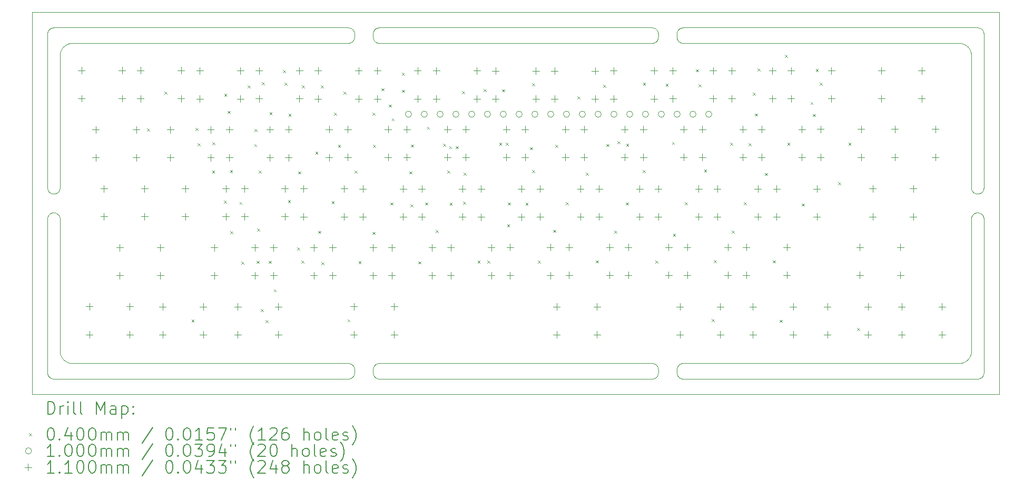
<source format=gbr>
%TF.GenerationSoftware,KiCad,Pcbnew,7.0.9*%
%TF.CreationDate,2024-12-06T21:36:14-05:00*%
%TF.ProjectId,panel,70616e65-6c2e-46b6-9963-61645f706362,rev?*%
%TF.SameCoordinates,Original*%
%TF.FileFunction,Drillmap*%
%TF.FilePolarity,Positive*%
%FSLAX45Y45*%
G04 Gerber Fmt 4.5, Leading zero omitted, Abs format (unit mm)*
G04 Created by KiCad (PCBNEW 7.0.9) date 2024-12-06 21:36:14*
%MOMM*%
%LPD*%
G01*
G04 APERTURE LIST*
%ADD10C,0.100000*%
%ADD11C,0.200000*%
%ADD12C,0.110000*%
G04 APERTURE END LIST*
D10*
X7395971Y-5229306D02*
X7400702Y-5227997D01*
X12558333Y-7750000D02*
X12558454Y-7745093D01*
X12611194Y-2261808D02*
X12615578Y-2259601D01*
X7325000Y-4825000D02*
X7325000Y-2350000D01*
X7434802Y-5225482D02*
X7439673Y-5226082D01*
X7339227Y-4876410D02*
X7336808Y-4872140D01*
X17140584Y-7735327D02*
X17141185Y-7740198D01*
X22088196Y-2535150D02*
X22081851Y-2530968D01*
X17503398Y-7657612D02*
X17507978Y-7655845D01*
X7336808Y-5277860D02*
X7339227Y-5273590D01*
X22173814Y-7471490D02*
X22174070Y-7468970D01*
X22360773Y-4876410D02*
X22358147Y-4880557D01*
X21974367Y-2500000D02*
X17541667Y-2500000D01*
X17135821Y-2316311D02*
X17137361Y-2320971D01*
X22055022Y-7633263D02*
X22061928Y-7630090D01*
X22308689Y-5230846D02*
X22313268Y-5232612D01*
X22352301Y-2286561D02*
X22355321Y-2290430D01*
X17453475Y-7847140D02*
X17451268Y-7842755D01*
X7492156Y-4899095D02*
X7488439Y-4902301D01*
X17129859Y-7702860D02*
X17132066Y-7707244D01*
X7377860Y-7888192D02*
X7373590Y-7885773D01*
X7499095Y-4892156D02*
X7495711Y-4895711D01*
X22255491Y-4923079D02*
X22250702Y-4922003D01*
X22304029Y-2254306D02*
X22308689Y-2255846D01*
X22365399Y-5282244D02*
X22367388Y-5286732D01*
X7524518Y-5315198D02*
X7524879Y-5320093D01*
X17526994Y-2251082D02*
X17531865Y-2250482D01*
X22081851Y-2530968D02*
X22079701Y-2529628D01*
X17132066Y-7842755D02*
X17129859Y-7847140D01*
X12201089Y-7659601D02*
X12205473Y-7661808D01*
X22043262Y-2512040D02*
X22036071Y-2509582D01*
X22079701Y-2529628D02*
X22073152Y-2525773D01*
X22236732Y-4917388D02*
X22232244Y-4915399D01*
X12244106Y-2298590D02*
X12246525Y-2302860D01*
X17101237Y-7880321D02*
X17097224Y-7883147D01*
X22200905Y-5257844D02*
X22204289Y-5254289D01*
X22219443Y-5241853D02*
X22223590Y-5239227D01*
X22338439Y-5247699D02*
X22342156Y-5250905D01*
X7620299Y-7620371D02*
X7626848Y-7624227D01*
X12587623Y-2470711D02*
X12584238Y-2467156D01*
X22166176Y-2641345D02*
X22165418Y-2638929D01*
X7369443Y-7883147D02*
X7365430Y-7880321D01*
X7519154Y-5291311D02*
X7520694Y-5295971D01*
X12643660Y-7898918D02*
X12638824Y-7898078D01*
X22090275Y-7613403D02*
X22096400Y-7608905D01*
X12229044Y-7679289D02*
X12232428Y-7682844D01*
X12232428Y-2282844D02*
X12235634Y-2286561D01*
X7629062Y-7625456D02*
X7635798Y-7628974D01*
X7329306Y-5295971D02*
X7330845Y-5291311D01*
X17088806Y-7888192D02*
X17084422Y-7890399D01*
X7400702Y-4922003D02*
X7395971Y-4920694D01*
X22176921Y-5305491D02*
X22177997Y-5300702D01*
X7365430Y-7880321D02*
X7361561Y-7877301D01*
X22227860Y-5236808D02*
X22232244Y-5234601D01*
X12591177Y-2474095D02*
X12587623Y-2470711D01*
X7505321Y-5265430D02*
X7508147Y-5269443D01*
X22322140Y-4913192D02*
X22317756Y-4915399D01*
X22373918Y-5310327D02*
X22374518Y-5315198D01*
X22365399Y-2307244D02*
X22367388Y-2311732D01*
X22370694Y-5295971D02*
X22372003Y-5300702D01*
X7377860Y-5236808D02*
X7382244Y-5234601D01*
X17458520Y-2294443D02*
X17461346Y-2290430D01*
X12252488Y-7833689D02*
X12250721Y-7838268D01*
X22090275Y-2536597D02*
X22088196Y-2535150D01*
X22064202Y-2521026D02*
X22061928Y-2519910D01*
X17536760Y-7650120D02*
X17541667Y-7650000D01*
X17536760Y-2250120D02*
X17541667Y-2250000D01*
X22317756Y-7890399D02*
X22313268Y-7892388D01*
X7528870Y-2660987D02*
X7527530Y-2668467D01*
X7554628Y-2595299D02*
X7550773Y-2601848D01*
X12565945Y-2438268D02*
X12564179Y-2433689D01*
X7586311Y-7594063D02*
X7588147Y-7595808D01*
X7330845Y-2316311D02*
X7332612Y-2311732D01*
X12205473Y-2261808D02*
X12209744Y-2264227D01*
X12196602Y-2257612D02*
X12201089Y-2259601D01*
X17118968Y-2286561D02*
X17121987Y-2290430D01*
X7525930Y-2681030D02*
X7525353Y-2688607D01*
X22144032Y-2593149D02*
X22139850Y-2586804D01*
X22304029Y-5229306D02*
X22308689Y-5230846D01*
X12594894Y-7672699D02*
X12598763Y-7669679D01*
X12217903Y-2480321D02*
X12213890Y-2483147D01*
X7377860Y-4913192D02*
X7373590Y-4910773D01*
X12606923Y-7885773D02*
X12602776Y-7883147D01*
X17041667Y-2250000D02*
X17046574Y-2250120D01*
X7076227Y-8150000D02*
X22623773Y-8150000D01*
X7480557Y-5241853D02*
X7484570Y-5244679D01*
X17046574Y-7899879D02*
X17041667Y-7900000D01*
X7454028Y-5229306D02*
X7458689Y-5230846D01*
X7327997Y-7824298D02*
X7326921Y-7819509D01*
X7525353Y-7461393D02*
X7525930Y-7468970D01*
X22370694Y-2320971D02*
X22372003Y-2325702D01*
X7635798Y-7628974D02*
X7638072Y-7630090D01*
X7534582Y-2638929D02*
X7533824Y-2641345D01*
X17442148Y-7740198D02*
X17442749Y-7735327D01*
X17507978Y-7894154D02*
X17503398Y-7892388D01*
X22372003Y-7824298D02*
X22370694Y-7829028D01*
X12232428Y-2467156D02*
X12229044Y-2470711D01*
X22166176Y-7508655D02*
X22168267Y-7501348D01*
X12602776Y-7883147D02*
X12598763Y-7880321D01*
X17441787Y-7804907D02*
X17441667Y-7800000D01*
X7524879Y-4829907D02*
X7524518Y-4834802D01*
X12250721Y-2311732D02*
X12252488Y-2316311D01*
X22070938Y-7625456D02*
X22073152Y-7624227D01*
X12658333Y-7900000D02*
X12653426Y-7899879D01*
X12173006Y-7898918D02*
X12168135Y-7899518D01*
X7463268Y-4917388D02*
X7458689Y-4919154D01*
X12252488Y-2316311D02*
X12254027Y-2320971D01*
X17140584Y-7814673D02*
X17139745Y-7819509D01*
X12558454Y-7745093D02*
X12558815Y-7740198D01*
X12158333Y-7900000D02*
X7425000Y-7900000D01*
X17442148Y-2340198D02*
X17442749Y-2335327D01*
X17441787Y-7745093D02*
X17442148Y-7740198D01*
X22111853Y-7595808D02*
X22113689Y-7594063D01*
X12256412Y-7730491D02*
X12257251Y-7735327D01*
X17093077Y-2264227D02*
X17097224Y-2266853D01*
X22374518Y-4834802D02*
X22373918Y-4839673D01*
X7725633Y-2500000D02*
X7724367Y-2500016D01*
X7350905Y-2282844D02*
X7354289Y-2279289D01*
X17445973Y-7720971D02*
X17447512Y-7716311D01*
X17449279Y-7711731D02*
X17451268Y-7707244D01*
X17474511Y-2275905D02*
X17478227Y-2272699D01*
X7609725Y-2536597D02*
X7603600Y-2541095D01*
X12182631Y-2252997D02*
X12187362Y-2254306D01*
X22624970Y-2000029D02*
X22623773Y-2000000D01*
X12257852Y-2340198D02*
X12258213Y-2345093D01*
X12615578Y-2490399D02*
X12611194Y-2488192D01*
X22289673Y-5226082D02*
X22294509Y-5226921D01*
X17127440Y-7698590D02*
X17129859Y-7702860D01*
X7685987Y-7646129D02*
X7693467Y-7647470D01*
X22186808Y-5277860D02*
X22189227Y-5273590D01*
X7350905Y-4892156D02*
X7347699Y-4888439D01*
X12620065Y-7657612D02*
X12624644Y-7655845D01*
X22365399Y-4867756D02*
X22363192Y-4872140D01*
X17084422Y-2490399D02*
X17079935Y-2492388D01*
X7354289Y-5254289D02*
X7357844Y-5250905D01*
X22373078Y-5305491D02*
X22373918Y-5310327D01*
X7425000Y-4925000D02*
X7420093Y-4924880D01*
X7373590Y-2264227D02*
X7377860Y-2261808D01*
X17536760Y-2499880D02*
X17531865Y-2499518D01*
X12221773Y-7877301D02*
X12217903Y-7880321D01*
X12248732Y-7842755D02*
X12246525Y-7847140D01*
X22175482Y-4834802D02*
X22175120Y-4829907D01*
X17449279Y-2438268D02*
X17447512Y-2433689D01*
X22299298Y-5227997D02*
X22304029Y-5229306D01*
X22275000Y-4925000D02*
X22270093Y-4924880D01*
X22374879Y-7804907D02*
X22374518Y-7809802D01*
X7525000Y-2700633D02*
X7525000Y-4825000D01*
X22207844Y-5250905D02*
X22211561Y-5247699D01*
X7341853Y-4880557D02*
X7339227Y-4876410D01*
X17140584Y-2414673D02*
X17139745Y-2419509D01*
X22073152Y-7624227D02*
X22079701Y-7620371D01*
X7550773Y-7548152D02*
X7554628Y-7554701D01*
X17075356Y-7655845D02*
X17079935Y-7657612D01*
X17079935Y-7657612D02*
X17084422Y-7659601D01*
X7354289Y-2279289D02*
X7357844Y-2275905D01*
X22370694Y-4854029D02*
X22369154Y-4858689D01*
X22174984Y-7450633D02*
X22175000Y-7449367D01*
X7537919Y-2629362D02*
X7537040Y-2631738D01*
X17474511Y-7874095D02*
X17470956Y-7870711D01*
X7336808Y-7847140D02*
X7334601Y-7842755D01*
X7444509Y-4923079D02*
X7439673Y-4923918D01*
X7492156Y-5250905D02*
X7495711Y-5254289D01*
X7495711Y-4895711D02*
X7492156Y-4899095D01*
X7410327Y-7898918D02*
X7405491Y-7898078D01*
X12192022Y-2255846D02*
X12196602Y-2257612D01*
X17101237Y-7669679D02*
X17105106Y-7672699D01*
X22245971Y-4920694D02*
X22241311Y-4919154D01*
X7663929Y-2509582D02*
X7656738Y-2512040D01*
X17455894Y-7698590D02*
X17458520Y-7694443D01*
X22360773Y-7851410D02*
X22358147Y-7855557D01*
X7555968Y-7556850D02*
X7560150Y-7563196D01*
X12182631Y-2497003D02*
X12177842Y-2498079D01*
X7635798Y-2521026D02*
X7629062Y-2524544D01*
X22111853Y-2554192D02*
X22106215Y-2549098D01*
X22211561Y-4902301D02*
X22207844Y-4899095D01*
X7075029Y-2000029D02*
X7075000Y-2001227D01*
X17441667Y-7800000D02*
X17441667Y-7750000D01*
X7373590Y-4910773D02*
X7369443Y-4908147D01*
X12575186Y-2455557D02*
X12572560Y-2451410D01*
X17531865Y-7899518D02*
X17526994Y-7898918D01*
X17451268Y-2307244D02*
X17453475Y-2302860D01*
X17474511Y-7675905D02*
X17478227Y-7672699D01*
X7716136Y-7649775D02*
X7724367Y-7649984D01*
X22365399Y-7842755D02*
X22363192Y-7847140D01*
X7334601Y-5282244D02*
X7336808Y-5277860D01*
X17442749Y-2414673D02*
X17442148Y-2409802D01*
X12192022Y-2494154D02*
X12187362Y-2495694D01*
X22204289Y-5254289D02*
X22207844Y-5250905D01*
X17084422Y-7659601D02*
X17088806Y-7661808D01*
X22330557Y-7883147D02*
X22326410Y-7885773D01*
X22250702Y-5227997D02*
X22255491Y-5226921D01*
X22133905Y-7571400D02*
X22138403Y-7565275D01*
X17051468Y-7899518D02*
X17046574Y-7899879D01*
X22367388Y-4863268D02*
X22365399Y-4867756D01*
X12187362Y-2495694D02*
X12182631Y-2497003D01*
X7076227Y-2000000D02*
X7075029Y-2000029D01*
X12559416Y-7814673D02*
X12558815Y-7809802D01*
X7580937Y-2561311D02*
X7579192Y-2563147D01*
X12561330Y-2325702D02*
X12562639Y-2320971D01*
X22369154Y-7833689D02*
X22367388Y-7838268D01*
X7609725Y-7613403D02*
X7611804Y-7614850D01*
X22375000Y-4825000D02*
X22374879Y-4829907D01*
X22120808Y-7586853D02*
X22125902Y-7581214D01*
X22165418Y-7511071D02*
X22166176Y-7508655D01*
X12205473Y-7888192D02*
X12201089Y-7890399D01*
X7601597Y-2542645D02*
X7595707Y-2547448D01*
X7075000Y-2001227D02*
X7075000Y-8148773D01*
X17470956Y-2279289D02*
X17474511Y-2275905D01*
X12602776Y-2266853D02*
X12606923Y-2264227D01*
X12572560Y-2451410D02*
X12570141Y-2447140D01*
X7365430Y-5244679D02*
X7369443Y-5241853D01*
X12258333Y-7750000D02*
X12258333Y-7800000D01*
X7593785Y-2549098D02*
X7588147Y-2554192D01*
X7544910Y-7536928D02*
X7546026Y-7539202D01*
X7341853Y-2294443D02*
X7344679Y-2290430D01*
X17522158Y-7651921D02*
X17526994Y-7651082D01*
X7334601Y-4867756D02*
X7332612Y-4863268D01*
X7588147Y-2554192D02*
X7586311Y-2555937D01*
X22334570Y-7880321D02*
X22330557Y-7883147D01*
X17498911Y-2259601D02*
X17503398Y-2257612D01*
X7326082Y-2335327D02*
X7326921Y-2330491D01*
X7523078Y-4844509D02*
X7522003Y-4849298D01*
X22355321Y-5265430D02*
X22358147Y-5269443D01*
X17121987Y-2459570D02*
X17118968Y-2463439D01*
X7410327Y-5226082D02*
X7415198Y-5225482D01*
X17470956Y-2470711D02*
X17467572Y-2467156D01*
X7382244Y-4915399D02*
X7377860Y-4913192D01*
X12567934Y-2442756D02*
X12565945Y-2438268D01*
X17046574Y-7650120D02*
X17051468Y-7650481D01*
X12620065Y-2492388D02*
X12615578Y-2490399D01*
X17445973Y-7829028D02*
X17444664Y-7824298D01*
X12624644Y-2494154D02*
X12620065Y-2492388D01*
X22194679Y-5265430D02*
X22197699Y-5261561D01*
X7326921Y-7819509D02*
X7326082Y-7814673D01*
X22374518Y-2340198D02*
X22374879Y-2345093D01*
X7510773Y-4876410D02*
X7508147Y-4880557D01*
X17139745Y-7730491D02*
X17140584Y-7735327D01*
X12246525Y-7847140D02*
X12244106Y-7851410D01*
X7339227Y-7851410D02*
X7336808Y-7847140D01*
X7429907Y-5225120D02*
X7434802Y-5225482D01*
X22338439Y-2272699D02*
X22342156Y-2275905D01*
X17129859Y-2302860D02*
X17132066Y-2307244D01*
X7566095Y-7571400D02*
X7567645Y-7573403D01*
X12252488Y-2433689D02*
X12250721Y-2438268D01*
X17455894Y-7851410D02*
X17453475Y-7847140D01*
X17474511Y-2474095D02*
X17470956Y-2470711D01*
X22177997Y-4849298D02*
X22176921Y-4844509D01*
X17447512Y-7716311D02*
X17449279Y-7711731D01*
X22374518Y-7809802D02*
X22373918Y-7814673D01*
X7344679Y-7859570D02*
X7341853Y-7855557D01*
X7567645Y-2576597D02*
X7566095Y-2578600D01*
X22036071Y-2509582D02*
X22033655Y-2508824D01*
X22175482Y-5315198D02*
X22176082Y-5310327D01*
X7354289Y-4895711D02*
X7350905Y-4892156D01*
X7325481Y-4834802D02*
X7325120Y-4829907D01*
X7467755Y-4915399D02*
X7463268Y-4917388D01*
X21996490Y-7648814D02*
X22004029Y-7647854D01*
X22372003Y-4849298D02*
X22370694Y-4854029D01*
X22373078Y-2330491D02*
X22373918Y-2335327D01*
X12643660Y-7651082D02*
X12648531Y-7650481D01*
X7528870Y-7489013D02*
X7529380Y-7491494D01*
X17101237Y-2480321D02*
X17097224Y-2483147D01*
X7531098Y-7498896D02*
X7531733Y-7501348D01*
X22227860Y-4913192D02*
X22223590Y-4910773D01*
X12587623Y-7679289D02*
X12591177Y-7675905D01*
X12250721Y-2438268D02*
X12248732Y-2442756D01*
X17443588Y-7730491D02*
X17444664Y-7725702D01*
X12241480Y-7694443D02*
X12244106Y-7698590D01*
X17503398Y-2492388D02*
X17498911Y-2490399D01*
X7325000Y-5325000D02*
X7325120Y-5320093D01*
X17056340Y-7898918D02*
X17051468Y-7899518D01*
X12177842Y-7898078D02*
X12173006Y-7898918D01*
X12258213Y-2345093D02*
X12258333Y-2350000D01*
X22016494Y-7645620D02*
X22023896Y-7643902D01*
X22294509Y-4923079D02*
X22289673Y-4923918D01*
X22349095Y-7867156D02*
X22345711Y-7870711D01*
X22113689Y-2555937D02*
X22111853Y-2554192D01*
X22284802Y-2250482D02*
X22289673Y-2251082D01*
X12558815Y-7740198D02*
X12559416Y-7735327D01*
X12213890Y-7883147D02*
X12209744Y-7885773D01*
X22186808Y-4872140D02*
X22184601Y-4867756D01*
X12615578Y-7659601D02*
X12620065Y-7657612D01*
X12611194Y-7888192D02*
X12606923Y-7885773D01*
X22299298Y-4922003D02*
X22294509Y-4923079D01*
X12256412Y-7819509D02*
X12255336Y-7824298D01*
X7580937Y-7588689D02*
X7586311Y-7594063D01*
X17121987Y-7859570D02*
X17118968Y-7863439D01*
X17115762Y-7682844D02*
X17118968Y-7686561D01*
X17541667Y-2250000D02*
X22275000Y-2250000D01*
X22349095Y-2282844D02*
X22352301Y-2286561D01*
X22342156Y-5250905D02*
X22345711Y-5254289D01*
X12562639Y-7829028D02*
X12561330Y-7824298D01*
X7341853Y-7855557D02*
X7339227Y-7851410D01*
X22079701Y-7620371D02*
X22081851Y-7619032D01*
X7574098Y-7581214D02*
X7579192Y-7586853D01*
X7463268Y-5232612D02*
X7467755Y-5234601D01*
X22223590Y-4910773D02*
X22219443Y-4908147D01*
X7391311Y-5230846D02*
X7395971Y-5229306D01*
X22284802Y-5225482D02*
X22289673Y-5226082D01*
X12620065Y-7892388D02*
X12615578Y-7890399D01*
X17536760Y-7899879D02*
X17531865Y-7899518D01*
X17531865Y-2499518D02*
X17526994Y-2498918D01*
X17097224Y-7883147D02*
X17093077Y-7885773D01*
X22194679Y-4884570D02*
X22191853Y-4880557D01*
X12615578Y-2259601D02*
X12620065Y-2257612D01*
X17046574Y-2250120D02*
X17051468Y-2250482D01*
X12209744Y-2264227D02*
X12213890Y-2266853D01*
X22270093Y-5225120D02*
X22275000Y-5225000D01*
X17065965Y-7652997D02*
X17070695Y-7654306D01*
X17112377Y-7679289D02*
X17115762Y-7682844D01*
X7546026Y-2610798D02*
X7544910Y-2613072D01*
X12168135Y-7899518D02*
X12163240Y-7899879D01*
X12558815Y-7809802D02*
X12558454Y-7804907D01*
X17112377Y-2279289D02*
X17115762Y-2282844D01*
X22373918Y-4839673D02*
X22373078Y-4844509D01*
X17084422Y-7890399D02*
X17079935Y-7892388D01*
X22352301Y-5261561D02*
X22355321Y-5265430D01*
X17134055Y-2438268D02*
X17132066Y-2442756D01*
X22155090Y-2613072D02*
X22153974Y-2610798D01*
X22014013Y-2503871D02*
X22006533Y-2502530D01*
X22345711Y-7870711D02*
X22342156Y-7874095D01*
X17482097Y-7669679D02*
X17486110Y-7666853D01*
X7666345Y-7641176D02*
X7673651Y-7643267D01*
X7467755Y-5234601D02*
X7472140Y-5236808D01*
X7593785Y-7600902D02*
X7595707Y-7602552D01*
X17046574Y-2499880D02*
X17041667Y-2500000D01*
X17138670Y-2325702D02*
X17139745Y-2330491D01*
X17061176Y-2251921D02*
X17065965Y-2252997D01*
X22177997Y-5300702D02*
X22179306Y-5295971D01*
X17041667Y-2500000D02*
X12658333Y-2500000D01*
X22352301Y-4888439D02*
X22349095Y-4892156D01*
X22270093Y-4924880D02*
X22265198Y-4924518D01*
X17138670Y-2424298D02*
X17137361Y-2429029D01*
X7554628Y-7554701D02*
X7555968Y-7556850D01*
X17141667Y-7800000D02*
X17141546Y-7804907D01*
X22367388Y-2311732D02*
X22369154Y-2316311D01*
X7444509Y-5226921D02*
X7449298Y-5227997D01*
X17464366Y-7686561D02*
X17467572Y-7682844D01*
X12567934Y-2307244D02*
X12570141Y-2302860D01*
X22145372Y-2595299D02*
X22144032Y-2593149D01*
X22369154Y-4858689D02*
X22367388Y-4863268D01*
X22338439Y-4902301D02*
X22334570Y-4905321D01*
X7484570Y-4905321D02*
X7480557Y-4908147D01*
X12205473Y-2488192D02*
X12201089Y-2490399D01*
X12570141Y-2302860D02*
X12572560Y-2298590D01*
X7365430Y-2269679D02*
X7369443Y-2266853D01*
X22162960Y-2631738D02*
X22162080Y-2629362D01*
X17507978Y-2255846D02*
X17512638Y-2254306D01*
X12201089Y-2259601D02*
X12205473Y-2261808D01*
X22250702Y-4922003D02*
X22245971Y-4920694D01*
X7525353Y-2688607D02*
X7525225Y-2691137D01*
X7400702Y-2252997D02*
X7405491Y-2251921D01*
X12187362Y-2254306D02*
X12192022Y-2255846D01*
X7484570Y-5244679D02*
X7488439Y-5247699D01*
X17451268Y-7707244D02*
X17453475Y-7702860D01*
X12192022Y-7894154D02*
X12187362Y-7895694D01*
X7325120Y-5320093D02*
X7325481Y-5315198D01*
X17482097Y-7880321D02*
X17478227Y-7877301D01*
X22179306Y-4854029D02*
X22177997Y-4849298D01*
X7693467Y-7647470D02*
X7695971Y-7647854D01*
X7365430Y-4905321D02*
X7361561Y-4902301D01*
X22232244Y-5234601D02*
X22236732Y-5232612D01*
X17075356Y-2494154D02*
X17070695Y-2495694D01*
X7325481Y-5315198D02*
X7326082Y-5310327D01*
X22294509Y-7898078D02*
X22289673Y-7898918D01*
X12584238Y-2282844D02*
X12587623Y-2279289D01*
X22172854Y-2670971D02*
X22172470Y-2668467D01*
X22189227Y-4876410D02*
X22186808Y-4872140D01*
X12241480Y-2455557D02*
X12238654Y-2459570D01*
X7386731Y-4917388D02*
X7382244Y-4915399D01*
X7566095Y-2578600D02*
X7561597Y-2584725D01*
X22363192Y-5277860D02*
X22365399Y-5282244D01*
X12561330Y-7725702D02*
X12562639Y-7720971D01*
X22275000Y-5225000D02*
X22279907Y-5225120D01*
X12584238Y-2467156D02*
X12581032Y-2463439D01*
X17464366Y-7863439D02*
X17461346Y-7859570D01*
X7391311Y-2255846D02*
X7395971Y-2254306D01*
X12606923Y-2264227D02*
X12611194Y-2261808D01*
X7329306Y-2320971D02*
X7330845Y-2316311D01*
X12570141Y-7847140D02*
X12567934Y-7842755D01*
X7382244Y-5234601D02*
X7386731Y-5232612D01*
X22189227Y-5273590D02*
X22191853Y-5269443D01*
X17137361Y-7829028D02*
X17135821Y-7833689D01*
X7513192Y-5277860D02*
X7515399Y-5282244D01*
X7325000Y-7800000D02*
X7325000Y-5325000D01*
X22172470Y-7481532D02*
X22172854Y-7479029D01*
X7326921Y-2330491D02*
X7327997Y-2325702D01*
X22358147Y-7855557D02*
X22355321Y-7859570D01*
X17461346Y-7859570D02*
X17458520Y-7855557D01*
X12163240Y-7650120D02*
X12168135Y-7650481D01*
X17129859Y-2447140D02*
X17127440Y-2451410D01*
X22153974Y-2610798D02*
X22150456Y-2604062D01*
X7527146Y-2670971D02*
X7526186Y-2678510D01*
X22304029Y-7895694D02*
X22299298Y-7897003D01*
X7527146Y-7479029D02*
X7527530Y-7481532D01*
X17526994Y-7651082D02*
X17531865Y-7650481D01*
X17124814Y-7855557D02*
X17121987Y-7859570D01*
X12209744Y-7885773D02*
X12205473Y-7888192D01*
X7626848Y-2525773D02*
X7620299Y-2529628D01*
X17093077Y-7885773D02*
X17088806Y-7888192D01*
X22098403Y-7607354D02*
X22104293Y-7602552D01*
X12558454Y-7804907D02*
X12558333Y-7800000D01*
X12560255Y-7819509D02*
X12559416Y-7814673D01*
X17138670Y-7725702D02*
X17139745Y-7730491D01*
X22026348Y-2506733D02*
X22023896Y-2506098D01*
X12629305Y-2254306D02*
X12634035Y-2252997D01*
X12168135Y-7650481D02*
X12173006Y-7651082D01*
X17137361Y-2320971D02*
X17138670Y-2325702D01*
X7439673Y-4923918D02*
X7434802Y-4924518D01*
X12258333Y-7800000D02*
X12258213Y-7804907D01*
X7425000Y-2250000D02*
X12158333Y-2250000D01*
X12653426Y-2499880D02*
X12648531Y-2499518D01*
X22279907Y-7899879D02*
X22275000Y-7900000D01*
X12238654Y-7859570D02*
X12235634Y-7863439D01*
X22104293Y-2547448D02*
X22098403Y-2542645D01*
X22139850Y-2586804D02*
X22138403Y-2584725D01*
X7525000Y-7449367D02*
X7525016Y-7450633D01*
X22197699Y-5261561D02*
X22200905Y-5257844D01*
X12258213Y-7804907D02*
X12257852Y-7809802D01*
X17512638Y-2495694D02*
X17507978Y-2494154D01*
X7549544Y-2604062D02*
X7546026Y-2610798D01*
X12638824Y-7898078D02*
X12634035Y-7897003D01*
X22204289Y-4895711D02*
X22200905Y-4892156D01*
X22132355Y-7573403D02*
X22133905Y-7571400D01*
X7654362Y-7637080D02*
X7656738Y-7637960D01*
X7395971Y-4920694D02*
X7391311Y-4919154D01*
X12205473Y-7661808D02*
X12209744Y-7664227D01*
X12575186Y-7855557D02*
X12572560Y-7851410D01*
X7373590Y-5239227D02*
X7377860Y-5236808D01*
X17132066Y-7707244D02*
X17134055Y-7711731D01*
X7517388Y-5286732D02*
X7519154Y-5291311D01*
X17070695Y-7654306D02*
X17075356Y-7655845D01*
X7350905Y-5257844D02*
X7354289Y-5254289D01*
X12213890Y-2483147D02*
X12209744Y-2485773D01*
X17467572Y-2467156D02*
X17464366Y-2463439D01*
X17075356Y-2255846D02*
X17079935Y-2257612D01*
X22176082Y-4839673D02*
X22175482Y-4834802D01*
X17464366Y-2463439D02*
X17461346Y-2459570D01*
X17108823Y-2275905D02*
X17112377Y-2279289D01*
X12572560Y-7698590D02*
X12575186Y-7694443D01*
X22043262Y-7637960D02*
X22045638Y-7637080D01*
X22372003Y-2325702D02*
X22373078Y-2330491D01*
X7713607Y-7649647D02*
X7716136Y-7649775D01*
X7683506Y-2504380D02*
X7676103Y-2506098D01*
X7611804Y-2535150D02*
X7609725Y-2536597D01*
X12229044Y-7870711D02*
X12225489Y-7874095D01*
X7685987Y-2503871D02*
X7683506Y-2504380D01*
X22175000Y-2700633D02*
X22174984Y-2699367D01*
X17442148Y-2409802D02*
X17441787Y-2404907D01*
X12606923Y-2485773D02*
X12602776Y-2483147D01*
X22374879Y-5320093D02*
X22375000Y-5325000D01*
X7420093Y-5225120D02*
X7425000Y-5225000D01*
X7386731Y-5232612D02*
X7391311Y-5230846D01*
X7347699Y-7863439D02*
X7344679Y-7859570D01*
X17105106Y-2272699D02*
X17108823Y-2275905D01*
X22349095Y-4892156D02*
X22345711Y-4895711D01*
X22241311Y-5230846D02*
X22245971Y-5229306D01*
X22171129Y-2660987D02*
X22170620Y-2658506D01*
X12221773Y-2272699D02*
X12225489Y-2275905D01*
X7405491Y-2251921D02*
X7410327Y-2251082D01*
X7332612Y-7838268D02*
X7330845Y-7833689D01*
X7703510Y-7648814D02*
X7706029Y-7649070D01*
X22326410Y-2264227D02*
X22330557Y-2266853D01*
X17079935Y-2257612D02*
X17084422Y-2259601D01*
X17132066Y-2442756D02*
X17129859Y-2447140D01*
X7572448Y-7579293D02*
X7574098Y-7581214D01*
X22360773Y-5273590D02*
X22363192Y-5277860D01*
X12634035Y-7897003D02*
X12629305Y-7895694D01*
X21996490Y-2501186D02*
X21993970Y-2500930D01*
X12221773Y-7672699D02*
X12225489Y-7675905D01*
X17512638Y-2254306D02*
X17517369Y-2252997D01*
X7344679Y-4884570D02*
X7341853Y-4880557D01*
X17141546Y-7804907D02*
X17141185Y-7809802D01*
X22197699Y-4888439D02*
X22194679Y-4884570D01*
X22279907Y-5225120D02*
X22284802Y-5225482D01*
X22304029Y-4920694D02*
X22299298Y-4922003D01*
X7656738Y-7637960D02*
X7663929Y-7640418D01*
X22370694Y-7829028D02*
X22369154Y-7833689D01*
X22241311Y-4919154D02*
X22236732Y-4917388D01*
X12255336Y-7725702D02*
X12256412Y-7730491D01*
X7525225Y-7458863D02*
X7525353Y-7461393D01*
X22138403Y-2584725D02*
X22133905Y-2578600D01*
X12581032Y-2463439D02*
X12578012Y-2459570D01*
X12256412Y-2330491D02*
X12257251Y-2335327D01*
X12177842Y-7651921D02*
X12182631Y-7652997D01*
X17526994Y-2498918D02*
X17522158Y-2498079D01*
X7663929Y-7640418D02*
X7666345Y-7641176D01*
X17088806Y-7661808D02*
X17093077Y-7664227D01*
X17061176Y-7898078D02*
X17056340Y-7898918D01*
X17503398Y-2257612D02*
X17507978Y-2255846D01*
X12246525Y-2302860D02*
X12248732Y-2307244D01*
X7377860Y-2261808D02*
X7382244Y-2259601D01*
X7515399Y-5282244D02*
X7517388Y-5286732D01*
X7339227Y-5273590D02*
X7341853Y-5269443D01*
X7373590Y-7885773D02*
X7369443Y-7883147D01*
X7620299Y-2529628D02*
X7618149Y-2530968D01*
X7546026Y-7539202D02*
X7549544Y-7545937D01*
X7075000Y-8148773D02*
X7075029Y-8149970D01*
X12658333Y-2250000D02*
X17041667Y-2250000D01*
X7534582Y-7511071D02*
X7537040Y-7518262D01*
X12562639Y-7720971D02*
X12564179Y-7716311D01*
X17135821Y-7833689D02*
X17134055Y-7838268D01*
X12570141Y-7702860D02*
X12572560Y-7698590D01*
X7523918Y-4839673D02*
X7523078Y-4844509D01*
X17461346Y-2290430D02*
X17464366Y-2286561D01*
X7654362Y-2512920D02*
X7647305Y-2515739D01*
X12177842Y-2251921D02*
X12182631Y-2252997D01*
X21993970Y-2500930D02*
X21986393Y-2500353D01*
X7391311Y-7894154D02*
X7386731Y-7892388D01*
X7520694Y-4854029D02*
X7519154Y-4858689D01*
X7595707Y-7602552D02*
X7601597Y-7607354D01*
X22308689Y-4919154D02*
X22304029Y-4920694D01*
X22289673Y-7898918D02*
X22284802Y-7899518D01*
X12643660Y-2251082D02*
X12648531Y-2250482D01*
X17141667Y-7750000D02*
X17141667Y-7800000D01*
X22127552Y-7579293D02*
X22132355Y-7573403D01*
X7425000Y-7900000D02*
X7420093Y-7899879D01*
X17127440Y-2298590D02*
X17129859Y-2302860D01*
X17097224Y-7666853D02*
X17101237Y-7669679D01*
X22045638Y-7637080D02*
X22052695Y-7634261D01*
X7527530Y-2668467D02*
X7527146Y-2670971D01*
X12225489Y-2474095D02*
X12221773Y-2477301D01*
X12225489Y-2275905D02*
X12229044Y-2279289D01*
X17093077Y-7664227D02*
X17097224Y-7666853D01*
X12611194Y-2488192D02*
X12606923Y-2485773D01*
X12257251Y-2335327D02*
X12257852Y-2340198D01*
X17141546Y-2345093D02*
X17141667Y-2350000D01*
X17517369Y-2252997D02*
X17522158Y-2251921D01*
X7629062Y-2524544D02*
X7626848Y-2525773D01*
X22168902Y-2651104D02*
X22168267Y-2648652D01*
X22330557Y-4908147D02*
X22326410Y-4910773D01*
X7638072Y-7630090D02*
X7644978Y-7633263D01*
X12648531Y-7650481D02*
X12653426Y-7650120D01*
X17453475Y-7702860D02*
X17455894Y-7698590D01*
X22036071Y-7640418D02*
X22043262Y-7637960D01*
X7499095Y-5257844D02*
X7502301Y-5261561D01*
X22334570Y-4905321D02*
X22330557Y-4908147D01*
X12562639Y-2429029D02*
X12561330Y-2424298D01*
X17118968Y-7863439D02*
X17115762Y-7867156D01*
X22168267Y-2648652D02*
X22166176Y-2641345D01*
X7425000Y-5225000D02*
X7429907Y-5225120D01*
X7560150Y-2586804D02*
X7555968Y-2593149D01*
X17494527Y-2488192D02*
X17490256Y-2485773D01*
X22125902Y-7581214D02*
X22127552Y-7579293D01*
X22260327Y-4923918D02*
X22255491Y-4923079D01*
X17135821Y-7716311D02*
X17137361Y-7720971D01*
X22182612Y-4863268D02*
X22180846Y-4858689D01*
X12201089Y-7890399D02*
X12196602Y-7892388D01*
X12558815Y-2340198D02*
X12559416Y-2335327D01*
X7325120Y-7804907D02*
X7325000Y-7800000D01*
X17486110Y-2266853D02*
X17490256Y-2264227D01*
X12602776Y-2483147D02*
X12598763Y-2480321D01*
X17441667Y-2350000D02*
X17441787Y-2345093D01*
X17522158Y-2498079D02*
X17517369Y-2497003D01*
X7525000Y-5325000D02*
X7525000Y-7449367D01*
X17065965Y-2252997D02*
X17070695Y-2254306D01*
X22322140Y-5236808D02*
X22326410Y-5239227D01*
X22006533Y-2502530D02*
X22004029Y-2502146D01*
X22175120Y-4829907D02*
X22175000Y-4825000D01*
X22159261Y-2622305D02*
X22158263Y-2619978D01*
X22342156Y-2275905D02*
X22345711Y-2279289D01*
X22289673Y-2251082D02*
X22294509Y-2251921D01*
X17079935Y-2492388D02*
X17075356Y-2494154D01*
X7327997Y-4849298D02*
X7326921Y-4844509D01*
X12602776Y-7666853D02*
X12606923Y-7664227D01*
X22284802Y-7899518D02*
X22279907Y-7899879D01*
X22299298Y-7897003D02*
X22294509Y-7898078D01*
X22184601Y-4867756D02*
X22182612Y-4863268D01*
X12648531Y-2499518D02*
X12643660Y-2498918D01*
X22158263Y-7530022D02*
X22159261Y-7527695D01*
X22373918Y-7814673D02*
X22373078Y-7819509D01*
X7488439Y-4902301D02*
X7484570Y-4905321D01*
X7330845Y-7833689D02*
X7329306Y-7829028D01*
X22322140Y-7888192D02*
X22317756Y-7890399D01*
X17139745Y-2419509D02*
X17138670Y-2424298D01*
X12598763Y-2269679D02*
X12602776Y-2266853D01*
X7561597Y-2584725D02*
X7560150Y-2586804D01*
X22061928Y-7630090D02*
X22064202Y-7628974D01*
X22260327Y-5226082D02*
X22265198Y-5225482D01*
X12254027Y-7720971D02*
X12255336Y-7725702D01*
X7369443Y-2266853D02*
X7373590Y-2264227D01*
X12560255Y-2419509D02*
X12559416Y-2414673D01*
X22096400Y-2541095D02*
X22090275Y-2536597D01*
X7339227Y-2298590D02*
X7341853Y-2294443D01*
X17490256Y-7664227D02*
X17494527Y-7661808D01*
X17124814Y-2455557D02*
X17121987Y-2459570D01*
X7647305Y-7634261D02*
X7654362Y-7637080D01*
X22175000Y-7449367D02*
X22175000Y-5325000D01*
X7415198Y-4924518D02*
X7410327Y-4923918D01*
X12257251Y-7814673D02*
X12256412Y-7819509D01*
X7586311Y-2555937D02*
X7580937Y-2561311D01*
X7326082Y-4839673D02*
X7325481Y-4834802D01*
X22369154Y-5291311D02*
X22370694Y-5295971D01*
X22175000Y-4825000D02*
X22175000Y-2700633D01*
X7325120Y-2345093D02*
X7325481Y-2340198D01*
X12163240Y-7899879D02*
X12158333Y-7900000D01*
X22345711Y-2279289D02*
X22349095Y-2282844D01*
X21983863Y-7649775D02*
X21986393Y-7649647D01*
X22330557Y-5241853D02*
X22334570Y-5244679D01*
X22052695Y-2515739D02*
X22045638Y-2512920D01*
X7644978Y-7633263D02*
X7647305Y-7634261D01*
X7603600Y-2541095D02*
X7601597Y-2542645D01*
X22275000Y-7900000D02*
X17541667Y-7900000D01*
X17140584Y-2335327D02*
X17141185Y-2340198D01*
X22363192Y-4872140D02*
X22360773Y-4876410D01*
X7529380Y-7491494D02*
X7531098Y-7498896D01*
X12257852Y-2409802D02*
X12257251Y-2414673D01*
X21975633Y-7649984D02*
X21983863Y-7649775D01*
X22625000Y-2001227D02*
X22624970Y-2000029D01*
X7524879Y-5320093D02*
X7525000Y-5325000D01*
X12634035Y-2497003D02*
X12629305Y-2495694D01*
X12578012Y-2459570D02*
X12575186Y-2455557D01*
X12213890Y-2266853D02*
X12217903Y-2269679D01*
X22125902Y-2568785D02*
X22120808Y-2563147D01*
X22175000Y-5325000D02*
X22175120Y-5320093D01*
X22133905Y-2578600D02*
X22132355Y-2576597D01*
X7525225Y-2691137D02*
X7525016Y-2699367D01*
X17467572Y-7867156D02*
X17464366Y-7863439D01*
X12173006Y-2251082D02*
X12177842Y-2251921D01*
X22322140Y-2261808D02*
X22326410Y-2264227D01*
X22132355Y-2576597D02*
X22127552Y-2570707D01*
X22004029Y-7647854D02*
X22006533Y-7647470D01*
X22200905Y-4892156D02*
X22197699Y-4888439D01*
X22173814Y-2678510D02*
X22172854Y-2670971D01*
X22168267Y-7501348D02*
X22168902Y-7498896D01*
X22215430Y-5244679D02*
X22219443Y-5241853D01*
X22014013Y-7646129D02*
X22016494Y-7645620D01*
X22334570Y-5244679D02*
X22338439Y-5247699D01*
X22367388Y-5286732D02*
X22369154Y-5291311D01*
X12158333Y-2250000D02*
X12163240Y-2250120D01*
X17108823Y-7675905D02*
X17112377Y-7679289D01*
X7695971Y-7647854D02*
X7703510Y-7648814D01*
X7391311Y-4919154D02*
X7386731Y-4917388D01*
X17467572Y-2282844D02*
X17470956Y-2279289D01*
X12565945Y-7838268D02*
X12564179Y-7833689D01*
X7560150Y-7563196D02*
X7561597Y-7565275D01*
X7526186Y-7471490D02*
X7527146Y-7479029D01*
X7341853Y-5269443D02*
X7344679Y-5265430D01*
X22174775Y-2691137D02*
X22174647Y-2688607D01*
X12606923Y-7664227D02*
X12611194Y-7661808D01*
X12255336Y-2424298D02*
X12254027Y-2429029D01*
X22294509Y-2251921D02*
X22299298Y-2252997D01*
X12257852Y-7809802D02*
X12257251Y-7814673D01*
X7537919Y-7520637D02*
X7540738Y-7527695D01*
X12559416Y-2335327D02*
X12560255Y-2330491D01*
X17137361Y-2429029D02*
X17135821Y-2433689D01*
X12598763Y-2480321D02*
X12594894Y-2477301D01*
X22289673Y-4923918D02*
X22284802Y-4924518D01*
X7519154Y-4858689D02*
X7517388Y-4863268D01*
X17444664Y-7725702D02*
X17445973Y-7720971D01*
X12182631Y-7652997D02*
X12187362Y-7654306D01*
X17115762Y-7867156D02*
X17112377Y-7870711D01*
X12248732Y-2442756D02*
X12246525Y-2447140D01*
X17541667Y-7900000D02*
X17536760Y-7899879D01*
X17447512Y-2316311D02*
X17449279Y-2311732D01*
X12653426Y-2250120D02*
X12658333Y-2250000D01*
X22625000Y-8148773D02*
X22625000Y-2001227D01*
X17118968Y-2463439D02*
X17115762Y-2467156D01*
X17443588Y-2419509D02*
X17442749Y-2414673D01*
X17088806Y-2261808D02*
X17093077Y-2264227D01*
X12168135Y-2250482D02*
X12173006Y-2251082D01*
X7382244Y-2259601D02*
X7386731Y-2257612D01*
X22326410Y-7885773D02*
X22322140Y-7888192D01*
X7405491Y-7898078D02*
X7400702Y-7897003D01*
X7330845Y-5291311D02*
X7332612Y-5286732D01*
X17517369Y-7897003D02*
X17512638Y-7895694D01*
X12258213Y-7745093D02*
X12258333Y-7750000D01*
X22342156Y-4899095D02*
X22338439Y-4902301D01*
X22113689Y-7594063D02*
X22119063Y-7588689D01*
X22179306Y-5295971D02*
X22180846Y-5291311D01*
X12581032Y-2286561D02*
X12584238Y-2282844D01*
X7601597Y-7607354D02*
X7603600Y-7608905D01*
X12629305Y-7654306D02*
X12634035Y-7652997D01*
X17461346Y-7690430D02*
X17464366Y-7686561D01*
X7533824Y-7508655D02*
X7534582Y-7511071D01*
X22150456Y-7545937D02*
X22153974Y-7539202D01*
X7347699Y-4888439D02*
X7344679Y-4884570D01*
X7326921Y-4844509D02*
X7326082Y-4839673D01*
X12255336Y-2325702D02*
X12256412Y-2330491D01*
X22081851Y-7619032D02*
X22088196Y-7614850D01*
X17464366Y-2286561D02*
X17467572Y-2282844D01*
X17486110Y-2483147D02*
X17482097Y-2480321D01*
X17141546Y-7745093D02*
X17141667Y-7750000D01*
X22624970Y-8149970D02*
X22625000Y-8148773D01*
X7531098Y-2651104D02*
X7529380Y-2658506D01*
X17118968Y-7686561D02*
X17121987Y-7690430D01*
X22223590Y-5239227D02*
X22227860Y-5236808D01*
X22342156Y-7874095D02*
X22338439Y-7877301D01*
X17115762Y-2467156D02*
X17112377Y-2470711D01*
X17498911Y-2490399D02*
X17494527Y-2488192D01*
X7325481Y-7809802D02*
X7325120Y-7804907D01*
X22016494Y-2504380D02*
X22014013Y-2503871D01*
X22172470Y-2668467D02*
X22171129Y-2660987D01*
X17124814Y-2294443D02*
X17127440Y-2298590D01*
X17141667Y-2400000D02*
X17141546Y-2404907D01*
X12565945Y-2311732D02*
X12567934Y-2307244D01*
X12232428Y-7682844D02*
X12235634Y-7686561D01*
X17445973Y-2429029D02*
X17444664Y-2424298D01*
X7325481Y-2340198D02*
X7326082Y-2335327D01*
X22119063Y-2561311D02*
X22113689Y-2555937D01*
X22373078Y-7819509D02*
X22372003Y-7824298D01*
X7522003Y-4849298D02*
X7520694Y-4854029D01*
X7354289Y-7870711D02*
X7350905Y-7867156D01*
X7588147Y-7595808D02*
X7593785Y-7600902D01*
X12624644Y-2255846D02*
X12629305Y-2254306D01*
X12235634Y-2463439D02*
X12232428Y-2467156D01*
X22176082Y-5310327D02*
X22176921Y-5305491D01*
X17455894Y-2298590D02*
X17458520Y-2294443D01*
X7326082Y-7814673D02*
X7325481Y-7809802D01*
X7525000Y-4825000D02*
X7524879Y-4829907D01*
X17441667Y-7750000D02*
X17441787Y-7745093D01*
X12246525Y-7702860D02*
X12248732Y-7707244D01*
X17061176Y-7651921D02*
X17065965Y-7652997D01*
X12653426Y-7899879D02*
X12648531Y-7899518D01*
X21986393Y-7649647D02*
X21993970Y-7649070D01*
X12561330Y-7824298D02*
X12560255Y-7819509D01*
X22317756Y-4915399D02*
X22313268Y-4917388D01*
X7325120Y-4829907D02*
X7325000Y-4825000D01*
X12598763Y-7880321D02*
X12594894Y-7877301D01*
X17105106Y-7672699D02*
X17108823Y-7675905D01*
X17442749Y-7735327D02*
X17443588Y-7730491D01*
X17494527Y-2261808D02*
X17498911Y-2259601D01*
X17461346Y-2459570D02*
X17458520Y-2455557D01*
X12570141Y-2447140D02*
X12567934Y-2442756D01*
X7706029Y-2500930D02*
X7703510Y-2501186D01*
X22162080Y-2629362D02*
X22159261Y-2622305D01*
X12567934Y-7707244D02*
X12570141Y-7702860D01*
X22023896Y-7643902D02*
X22026348Y-7643267D01*
X7458689Y-4919154D02*
X7454028Y-4920694D01*
X7540738Y-2622305D02*
X7537919Y-2629362D01*
X12587623Y-7870711D02*
X12584238Y-7867156D01*
X22373918Y-2335327D02*
X22374518Y-2340198D01*
X17051468Y-2499518D02*
X17046574Y-2499880D01*
X7541737Y-2619978D02*
X7540738Y-2622305D01*
X12250721Y-7838268D02*
X12248732Y-7842755D01*
X22174647Y-7461393D02*
X22174775Y-7458863D01*
X22176921Y-4844509D02*
X22176082Y-4839673D01*
X17134055Y-7711731D02*
X17135821Y-7716311D01*
X7706029Y-7649070D02*
X7713607Y-7649647D01*
X22104293Y-7602552D02*
X22106215Y-7600902D01*
X12158333Y-2500000D02*
X7725633Y-2500000D01*
X12648531Y-7899518D02*
X12643660Y-7898918D01*
X17453475Y-2302860D02*
X17455894Y-2298590D01*
X12594894Y-2272699D02*
X12598763Y-2269679D01*
X7508147Y-4880557D02*
X7505321Y-4884570D01*
X7405491Y-5226921D02*
X7410327Y-5226082D01*
X17517369Y-2497003D02*
X17512638Y-2495694D01*
X12575186Y-7694443D02*
X12578012Y-7690430D01*
X7361561Y-7877301D02*
X7357844Y-7874095D01*
X12559416Y-2414673D02*
X12558815Y-2409802D01*
X17522158Y-7898078D02*
X17517369Y-7897003D01*
X17127440Y-2451410D02*
X17124814Y-2455557D01*
X12257251Y-2414673D02*
X12256412Y-2419509D01*
X7666345Y-2508824D02*
X7663929Y-2509582D01*
X7449298Y-4922003D02*
X7444509Y-4923079D01*
X12629305Y-7895694D02*
X12624644Y-7894154D01*
X22623773Y-2000000D02*
X7076227Y-2000000D01*
X7415198Y-7899518D02*
X7410327Y-7898918D01*
X17127440Y-7851410D02*
X17124814Y-7855557D01*
X22096400Y-7608905D02*
X22098403Y-7607354D01*
X22165418Y-2638929D02*
X22162960Y-2631738D01*
X22358147Y-5269443D02*
X22360773Y-5273590D01*
X12578012Y-2290430D02*
X12581032Y-2286561D01*
X12221773Y-2477301D02*
X12217903Y-2480321D01*
X17141185Y-2340198D02*
X17141546Y-2345093D01*
X17443588Y-2330491D02*
X17444664Y-2325702D01*
X12558333Y-2400000D02*
X12558333Y-2350000D01*
X7647305Y-2515739D02*
X7644978Y-2516737D01*
X22375000Y-2350000D02*
X22375000Y-4825000D01*
X12163240Y-2499880D02*
X12158333Y-2500000D01*
X21975633Y-2500016D02*
X21974367Y-2500000D01*
X12250721Y-7711731D02*
X12252488Y-7716311D01*
X12209744Y-2485773D02*
X12205473Y-2488192D01*
X22191853Y-5269443D02*
X22194679Y-5265430D01*
X12634035Y-2252997D02*
X12638824Y-2251921D01*
X22144032Y-7556850D02*
X22145372Y-7554701D01*
X22363192Y-2302860D02*
X22365399Y-2307244D01*
X12638824Y-7651921D02*
X12643660Y-7651082D01*
X17498911Y-7890399D02*
X17494527Y-7888192D01*
X12558333Y-2350000D02*
X12558454Y-2345093D01*
X7525930Y-7468970D02*
X7526186Y-7471490D01*
X12238654Y-7690430D02*
X12241480Y-7694443D01*
X12196602Y-7892388D02*
X12192022Y-7894154D01*
X22358147Y-4880557D02*
X22355321Y-4884570D01*
X22064202Y-7628974D02*
X22070938Y-7625456D01*
X17097224Y-2266853D02*
X17101237Y-2269679D01*
X7638072Y-2519910D02*
X7635798Y-2521026D01*
X12584238Y-7682844D02*
X12587623Y-7679289D01*
X17134055Y-2311732D02*
X17135821Y-2316311D01*
X22174070Y-7468970D02*
X22174647Y-7461393D01*
X17112377Y-7870711D02*
X17108823Y-7874095D01*
X7344679Y-5265430D02*
X7347699Y-5261561D01*
X22174984Y-2699367D02*
X22174775Y-2691137D01*
X7357844Y-4899095D02*
X7354289Y-4895711D01*
X22308689Y-2255846D02*
X22313268Y-2257612D01*
X17138670Y-7824298D02*
X17137361Y-7829028D01*
X12572560Y-2298590D02*
X12575186Y-2294443D01*
X7476410Y-4910773D02*
X7472140Y-4913192D01*
X17490256Y-2264227D02*
X17494527Y-2261808D01*
X7458689Y-5230846D02*
X7463268Y-5232612D01*
X7495711Y-5254289D02*
X7499095Y-5257844D01*
X7676103Y-7643902D02*
X7683506Y-7645620D01*
X22170620Y-7491494D02*
X22171129Y-7489013D01*
X22006533Y-7647470D02*
X22014013Y-7646129D01*
X22345711Y-5254289D02*
X22349095Y-5257844D01*
X7395971Y-2254306D02*
X7400702Y-2252997D01*
X22317756Y-2259601D02*
X22322140Y-2261808D01*
X17061176Y-2498079D02*
X17056340Y-2498918D01*
X7572448Y-2570707D02*
X7567645Y-2576597D01*
X22174070Y-2681030D02*
X22173814Y-2678510D01*
X22207844Y-4899095D02*
X22204289Y-4895711D01*
X7517388Y-4863268D02*
X7515399Y-4867756D01*
X12598763Y-7669679D02*
X12602776Y-7666853D01*
X17137361Y-7720971D02*
X17138670Y-7725702D01*
X12648531Y-2250482D02*
X12653426Y-2250120D01*
X22355321Y-2290430D02*
X22358147Y-2294443D01*
X22033655Y-2508824D02*
X22026348Y-2506733D01*
X17478227Y-7672699D02*
X17482097Y-7669679D01*
X7334601Y-2307244D02*
X7336808Y-2302860D01*
X12558815Y-2409802D02*
X12558454Y-2404907D01*
X21983863Y-2500225D02*
X21975633Y-2500016D01*
X17108823Y-2474095D02*
X17105106Y-2477301D01*
X22363192Y-7847140D02*
X22360773Y-7851410D01*
X17482097Y-2269679D02*
X17486110Y-2266853D01*
X12235634Y-7686561D02*
X12238654Y-7690430D01*
X22265198Y-4924518D02*
X22260327Y-4923918D01*
X22313268Y-7892388D02*
X22308689Y-7894154D01*
X12213890Y-7666853D02*
X12217903Y-7669679D01*
X22180846Y-5291311D02*
X22182612Y-5286732D01*
X7420093Y-7899879D02*
X7415198Y-7899518D01*
X12643660Y-2498918D02*
X12638824Y-2498079D01*
X7611804Y-7614850D02*
X7618149Y-7619032D01*
X22168902Y-7498896D02*
X22170620Y-7491494D01*
X22159261Y-7527695D02*
X22162080Y-7520637D01*
X12163240Y-2250120D02*
X12168135Y-2250482D01*
X7420093Y-2250120D02*
X7425000Y-2250000D01*
X12258213Y-2404907D02*
X12257852Y-2409802D01*
X7541737Y-7530022D02*
X7544910Y-7536928D01*
X7555968Y-2593149D02*
X7554628Y-2595299D01*
X17051468Y-7650481D02*
X17056340Y-7651082D01*
X12591177Y-7675905D02*
X12594894Y-7672699D01*
X7526186Y-2678510D02*
X7525930Y-2681030D01*
X12624644Y-7655845D02*
X12629305Y-7654306D01*
X7369443Y-4908147D02*
X7365430Y-4905321D01*
X17121987Y-2290430D02*
X17124814Y-2294443D01*
X17444664Y-2325702D02*
X17445973Y-2320971D01*
X22374879Y-2345093D02*
X22375000Y-2350000D01*
X17139745Y-2330491D02*
X17140584Y-2335327D01*
X12229044Y-2279289D02*
X12232428Y-2282844D01*
X7369443Y-5241853D02*
X7373590Y-5239227D01*
X12562639Y-2320971D02*
X12564179Y-2316311D01*
X22334570Y-2269679D02*
X22338439Y-2272699D01*
X12615578Y-7890399D02*
X12611194Y-7888192D01*
X17494527Y-7661808D02*
X17498911Y-7659601D01*
X17070695Y-2254306D02*
X17075356Y-2255846D01*
X17132066Y-2307244D02*
X17134055Y-2311732D01*
X17134055Y-7838268D02*
X17132066Y-7842755D01*
X7524518Y-4834802D02*
X7523918Y-4839673D01*
X12255336Y-7824298D02*
X12254027Y-7829028D01*
X12591177Y-2275905D02*
X12594894Y-2272699D01*
X12587623Y-2279289D02*
X12591177Y-2275905D01*
X17486110Y-7666853D02*
X17490256Y-7664227D01*
X17447512Y-2433689D02*
X17445973Y-2429029D01*
X22326410Y-5239227D02*
X22330557Y-5241853D01*
X17498911Y-7659601D02*
X17503398Y-7657612D01*
X12560255Y-2330491D02*
X12561330Y-2325702D01*
X22211561Y-5247699D02*
X22215430Y-5244679D01*
X17112377Y-2470711D02*
X17108823Y-2474095D01*
X22158263Y-2619978D02*
X22155090Y-2613072D01*
X7531733Y-2648652D02*
X7531098Y-2651104D01*
X7716136Y-2500225D02*
X7713607Y-2500353D01*
X7527530Y-7481532D02*
X7528870Y-7489013D01*
X17141185Y-7740198D02*
X17141546Y-7745093D01*
X7683506Y-7645620D02*
X7685987Y-7646129D01*
X12624644Y-7894154D02*
X12620065Y-7892388D01*
X22138403Y-7565275D02*
X22139850Y-7563196D01*
X17478227Y-7877301D02*
X17474511Y-7874095D01*
X17075356Y-7894154D02*
X17070695Y-7895694D01*
X22374879Y-4829907D02*
X22374518Y-4834802D01*
X17458520Y-2455557D02*
X17455894Y-2451410D01*
X7472140Y-4913192D02*
X7467755Y-4915399D01*
X7561597Y-7565275D02*
X7566095Y-7571400D01*
X12248732Y-7707244D02*
X12250721Y-7711731D01*
X12225489Y-7874095D02*
X12221773Y-7877301D01*
X17517369Y-7652997D02*
X17522158Y-7651921D01*
X17494527Y-7888192D02*
X17490256Y-7885773D01*
X7529380Y-2658506D02*
X7528870Y-2660987D01*
X7334601Y-7842755D02*
X7332612Y-7838268D01*
X12564179Y-2433689D02*
X12562639Y-2429029D01*
X7505321Y-4884570D02*
X7502301Y-4888439D01*
X17449279Y-2311732D02*
X17451268Y-2307244D01*
X12201089Y-2490399D02*
X12196602Y-2492388D01*
X12225489Y-7675905D02*
X12229044Y-7679289D01*
X12578012Y-7690430D02*
X12581032Y-7686561D01*
X12187362Y-7654306D02*
X12192022Y-7655845D01*
X17441787Y-2404907D02*
X17441667Y-2400000D01*
X17135821Y-2433689D02*
X17134055Y-2438268D01*
X17486110Y-7883147D02*
X17482097Y-7880321D01*
X17451268Y-2442756D02*
X17449279Y-2438268D01*
X22355321Y-7859570D02*
X22352301Y-7863439D01*
X12256412Y-2419509D02*
X12255336Y-2424298D01*
X22317756Y-5234601D02*
X22322140Y-5236808D01*
X17041667Y-7900000D02*
X12658333Y-7900000D01*
X7075029Y-8149970D02*
X7076227Y-8150000D01*
X12559416Y-7735327D02*
X12560255Y-7730491D01*
X12572560Y-7851410D02*
X12570141Y-7847140D01*
X7347699Y-2286561D02*
X7350905Y-2282844D01*
X17121987Y-7690430D02*
X17124814Y-7694443D01*
X22284802Y-4924518D02*
X22279907Y-4924880D01*
X22149227Y-7548152D02*
X22150456Y-7545937D01*
X22127552Y-2570707D02*
X22125902Y-2568785D01*
X12173006Y-2498918D02*
X12168135Y-2499518D01*
X7525016Y-7450633D02*
X7525225Y-7458863D01*
X22355321Y-4884570D02*
X22352301Y-4888439D01*
X7713607Y-2500353D02*
X7706029Y-2500930D01*
X17070695Y-2495694D02*
X17065965Y-2497003D01*
X17445973Y-2320971D02*
X17447512Y-2316311D01*
X12611194Y-7661808D02*
X12615578Y-7659601D01*
X12257251Y-7735327D02*
X12257852Y-7740198D01*
X22106215Y-2549098D02*
X22104293Y-2547448D01*
X22150456Y-2604062D02*
X22149227Y-2601848D01*
X12558454Y-2404907D02*
X12558333Y-2400000D01*
X17442749Y-2335327D02*
X17443588Y-2330491D01*
X17115762Y-2282844D02*
X17118968Y-2286561D01*
X7537040Y-2631738D02*
X7534582Y-2638929D01*
X7567645Y-7573403D02*
X7572448Y-7579293D01*
X7330845Y-4858689D02*
X7329306Y-4854029D01*
X17065965Y-7897003D02*
X17061176Y-7898078D01*
X21974367Y-7650000D02*
X21975633Y-7649984D01*
X17512638Y-7654306D02*
X17517369Y-7652997D01*
X12252488Y-7716311D02*
X12254027Y-7720971D01*
X7673651Y-2506733D02*
X7666345Y-2508824D01*
X12629305Y-2495694D02*
X12624644Y-2494154D01*
X12196602Y-2492388D02*
X12192022Y-2494154D01*
X12564179Y-7833689D02*
X12562639Y-7829028D01*
X12187362Y-7895694D02*
X12182631Y-7897003D01*
X22120808Y-2563147D02*
X22119063Y-2561311D01*
X12158333Y-7650000D02*
X12163240Y-7650120D01*
X7350905Y-7867156D02*
X7347699Y-7863439D01*
X7540738Y-7527695D02*
X7541737Y-7530022D01*
X22232244Y-4915399D02*
X22227860Y-4913192D01*
X22373078Y-4844509D02*
X22372003Y-4849298D01*
X7400702Y-7897003D02*
X7395971Y-7895694D01*
X22313268Y-2257612D02*
X22317756Y-2259601D01*
X7332612Y-2311732D02*
X7334601Y-2307244D01*
X7449298Y-5227997D02*
X7454028Y-5229306D01*
X22145372Y-7554701D02*
X22149227Y-7548152D01*
X7400702Y-5227997D02*
X7405491Y-5226921D01*
X12192022Y-7655845D02*
X12196602Y-7657612D01*
X7537040Y-7518262D02*
X7537919Y-7520637D01*
X17108823Y-7874095D02*
X17105106Y-7877301D01*
X17442749Y-7814673D02*
X17442148Y-7809802D01*
X12638824Y-2251921D02*
X12643660Y-2251082D01*
X22358147Y-2294443D02*
X22360773Y-2298590D01*
X7336808Y-2302860D02*
X7339227Y-2298590D01*
X7508147Y-5269443D02*
X7510773Y-5273590D01*
X22175120Y-5320093D02*
X22175482Y-5315198D01*
X7410327Y-2251082D02*
X7415198Y-2250482D01*
X12241480Y-2294443D02*
X12244106Y-2298590D01*
X7695971Y-2502146D02*
X7693467Y-2502530D01*
X12564179Y-7716311D02*
X12565945Y-7711731D01*
X22279907Y-2250120D02*
X22284802Y-2250482D01*
X22369154Y-2316311D02*
X22370694Y-2320971D01*
X7344679Y-2290430D02*
X7347699Y-2286561D01*
X7347699Y-5261561D02*
X7350905Y-5257844D01*
X17079935Y-7892388D02*
X17075356Y-7894154D01*
X17482097Y-2480321D02*
X17478227Y-2477301D01*
X7676103Y-2506098D02*
X7673651Y-2506733D01*
X22275000Y-2250000D02*
X22279907Y-2250120D01*
X17541667Y-2500000D02*
X17536760Y-2499880D01*
X7405491Y-4923079D02*
X7400702Y-4922003D01*
X12658333Y-2500000D02*
X12653426Y-2499880D01*
X7544910Y-2613072D02*
X7541737Y-2619978D01*
X17141185Y-7809802D02*
X17140584Y-7814673D01*
X7618149Y-7619032D02*
X7620299Y-7620371D01*
X12258333Y-2350000D02*
X12258333Y-2400000D01*
X7332612Y-4863268D02*
X7330845Y-4858689D01*
X17507978Y-7655845D02*
X17512638Y-7654306D01*
X7361561Y-4902301D02*
X7357844Y-4899095D01*
X17443588Y-7819509D02*
X17442749Y-7814673D01*
X12558454Y-2345093D02*
X12558815Y-2340198D01*
X17478227Y-2272699D02*
X17482097Y-2269679D01*
X12254027Y-7829028D02*
X12252488Y-7833689D01*
X12594894Y-7877301D02*
X12591177Y-7874095D01*
X7531733Y-7501348D02*
X7533824Y-7508655D01*
X7325000Y-2350000D02*
X7325120Y-2345093D01*
X22299298Y-2252997D02*
X22304029Y-2254306D01*
X17051468Y-2250482D02*
X17056340Y-2251082D01*
X22180846Y-4858689D02*
X22179306Y-4854029D01*
X12217903Y-7669679D02*
X12221773Y-7672699D01*
X7502301Y-5261561D02*
X7505321Y-5265430D01*
X22255491Y-5226921D02*
X22260327Y-5226082D01*
X22155090Y-7536928D02*
X22158263Y-7530022D01*
X12173006Y-7651082D02*
X12177842Y-7651921D01*
X17041667Y-7650000D02*
X17046574Y-7650120D01*
X12217903Y-7880321D02*
X12213890Y-7883147D01*
X22349095Y-5257844D02*
X22352301Y-5261561D01*
X22219443Y-4908147D02*
X22215430Y-4905321D01*
X22330557Y-2266853D02*
X22334570Y-2269679D01*
X7434802Y-4924518D02*
X7429907Y-4924880D01*
X12591177Y-7874095D02*
X12587623Y-7870711D01*
X7513192Y-4872140D02*
X7510773Y-4876410D01*
X22153974Y-7539202D02*
X22155090Y-7536928D01*
X22352301Y-7863439D02*
X22349095Y-7867156D01*
X12168135Y-2499518D02*
X12163240Y-2499880D01*
X12581032Y-7863439D02*
X12578012Y-7859570D01*
X17470956Y-7870711D02*
X17467572Y-7867156D01*
X17490256Y-2485773D02*
X17486110Y-2483147D01*
X17105106Y-2477301D02*
X17101237Y-2480321D01*
X17101237Y-2269679D02*
X17105106Y-2272699D01*
X7329306Y-7829028D02*
X7327997Y-7824298D01*
X12578012Y-7859570D02*
X12575186Y-7855557D01*
X7725633Y-7650000D02*
X12158333Y-7650000D01*
X7724367Y-2500016D02*
X7716136Y-2500225D01*
X7361561Y-5247699D02*
X7365430Y-5244679D01*
X17056340Y-2498918D02*
X17051468Y-2499518D01*
X12581032Y-7686561D02*
X12584238Y-7682844D01*
X12232428Y-7867156D02*
X12229044Y-7870711D01*
X17141546Y-2404907D02*
X17141185Y-2409802D01*
X7549544Y-7545937D02*
X7550773Y-7548152D01*
X22149227Y-2601848D02*
X22145372Y-2595299D01*
X22174647Y-2688607D02*
X22174070Y-2681030D01*
X17458520Y-7694443D02*
X17461346Y-7690430D01*
X17490256Y-7885773D02*
X17486110Y-7883147D01*
X22279907Y-4924880D02*
X22275000Y-4925000D01*
X22174775Y-7458863D02*
X22174984Y-7450633D01*
X17458520Y-7855557D02*
X17455894Y-7851410D01*
X7386731Y-7892388D02*
X7382244Y-7890399D01*
X17444664Y-7824298D02*
X17443588Y-7819509D01*
X22004029Y-2502146D02*
X21996490Y-2501186D01*
X7533824Y-2641345D02*
X7531733Y-2648652D01*
X12217903Y-2269679D02*
X12221773Y-2272699D01*
X7410327Y-4923918D02*
X7405491Y-4923079D01*
X17467572Y-7682844D02*
X17470956Y-7679289D01*
X17139745Y-7819509D02*
X17138670Y-7824298D01*
X22308689Y-7894154D02*
X22304029Y-7895694D01*
X17093077Y-2485773D02*
X17088806Y-2488192D01*
X7703510Y-2501186D02*
X7695971Y-2502146D01*
X17444664Y-2424298D02*
X17443588Y-2419509D01*
X7579192Y-2563147D02*
X7574098Y-2568785D01*
X22106215Y-7600902D02*
X22111853Y-7595808D01*
X22623773Y-8150000D02*
X22624970Y-8149970D01*
X12575186Y-2294443D02*
X12578012Y-2290430D01*
X17056340Y-7651082D02*
X17061176Y-7651921D01*
X7332612Y-5286732D02*
X7334601Y-5282244D01*
X7693467Y-2502530D02*
X7685987Y-2503871D01*
X22061928Y-2519910D02*
X22055022Y-2516737D01*
X12235634Y-7863439D02*
X12232428Y-7867156D01*
X7510773Y-5273590D02*
X7513192Y-5277860D01*
X7429907Y-4924880D02*
X7425000Y-4925000D01*
X7656738Y-2512040D02*
X7654362Y-2512920D01*
X12238654Y-2290430D02*
X12241480Y-2294443D01*
X17441787Y-2345093D02*
X17442148Y-2340198D01*
X7357844Y-2275905D02*
X7361561Y-2272699D01*
X17124814Y-7694443D02*
X17127440Y-7698590D01*
X12177842Y-2498079D02*
X12173006Y-2498918D01*
X17455894Y-2451410D02*
X17453475Y-2447140D01*
X7626848Y-7624227D02*
X7629062Y-7625456D01*
X17447512Y-7833689D02*
X17445973Y-7829028D01*
X7326082Y-5310327D02*
X7326921Y-5305491D01*
X7454028Y-4920694D02*
X7449298Y-4922003D01*
X12244106Y-7851410D02*
X12241480Y-7855557D01*
X17541667Y-7650000D02*
X21974367Y-7650000D01*
X7550773Y-2601848D02*
X7549544Y-2604062D01*
X12257852Y-7740198D02*
X12258213Y-7745093D01*
X22236732Y-5232612D02*
X22241311Y-5230846D01*
X12634035Y-7652997D02*
X12638824Y-7651921D01*
X17531865Y-2250482D02*
X17536760Y-2250120D01*
X7382244Y-7890399D02*
X7377860Y-7888192D01*
X17088806Y-2488192D02*
X17084422Y-2490399D01*
X7515399Y-4867756D02*
X7513192Y-4872140D01*
X22326410Y-4910773D02*
X22322140Y-4913192D01*
X22162080Y-7520637D02*
X22162960Y-7518262D01*
X12241480Y-7855557D02*
X12238654Y-7859570D01*
X22026348Y-7643267D02*
X22033655Y-7641176D01*
X17070695Y-7895694D02*
X17065965Y-7897003D01*
X12558333Y-7800000D02*
X12558333Y-7750000D01*
X12564179Y-2316311D02*
X12565945Y-2311732D01*
X7439673Y-5226082D02*
X7444509Y-5226921D01*
X12254027Y-2429029D02*
X12252488Y-2433689D01*
X7523918Y-5310327D02*
X7524518Y-5315198D01*
X7595707Y-2547448D02*
X7593785Y-2549098D01*
X7724367Y-7649984D02*
X7725633Y-7650000D01*
X17453475Y-2447140D02*
X17451268Y-2442756D01*
X12653426Y-7650120D02*
X12658333Y-7650000D01*
X7329306Y-4854029D02*
X7327997Y-4849298D01*
X12238654Y-2459570D02*
X12235634Y-2463439D01*
X17522158Y-2251921D02*
X17526994Y-2251082D01*
X7574098Y-2568785D02*
X7572448Y-2570707D01*
X22294509Y-5226921D02*
X22299298Y-5227997D01*
X12594894Y-2477301D02*
X12591177Y-2474095D01*
X12235634Y-2286561D02*
X12238654Y-2290430D01*
X17129859Y-7847140D02*
X17127440Y-7851410D01*
X22055022Y-2516737D02*
X22052695Y-2515739D01*
X17512638Y-7895694D02*
X17507978Y-7894154D01*
X7415198Y-2250482D02*
X7420093Y-2250120D01*
X17442148Y-7809802D02*
X17441787Y-7804907D01*
X22172854Y-7479029D02*
X22173814Y-7471490D01*
X7522003Y-5300702D02*
X7523078Y-5305491D01*
X22313268Y-4917388D02*
X22308689Y-4919154D01*
X22171129Y-7489013D02*
X22172470Y-7481532D01*
X22184601Y-5282244D02*
X22186808Y-5277860D01*
X22033655Y-7641176D02*
X22036071Y-7640418D01*
X7476410Y-5239227D02*
X7480557Y-5241853D01*
X22374518Y-5315198D02*
X22374879Y-5320093D01*
X12209744Y-7664227D02*
X12213890Y-7666853D01*
X7673651Y-7643267D02*
X7676103Y-7643902D01*
X7395971Y-7895694D02*
X7391311Y-7894154D01*
X12248732Y-2307244D02*
X12250721Y-2311732D01*
X22265198Y-5225482D02*
X22270093Y-5225120D01*
X7472140Y-5236808D02*
X7476410Y-5239227D01*
X12229044Y-2470711D02*
X12225489Y-2474095D01*
X17531865Y-7650481D02*
X17536760Y-7650120D01*
X22182612Y-5286732D02*
X22184601Y-5282244D01*
X17503398Y-7892388D02*
X17498911Y-7890399D01*
X12244106Y-7698590D02*
X12246525Y-7702860D01*
X7579192Y-7586853D02*
X7580937Y-7588689D01*
X22375000Y-5325000D02*
X22375000Y-7800000D01*
X7357844Y-7874095D02*
X7354289Y-7870711D01*
X22045638Y-2512920D02*
X22043262Y-2512040D01*
X7327997Y-5300702D02*
X7329306Y-5295971D01*
X22023896Y-2506098D02*
X22016494Y-2504380D01*
X7480557Y-4908147D02*
X7476410Y-4910773D01*
X22170620Y-2658506D02*
X22168902Y-2651104D01*
X22052695Y-7634261D02*
X22055022Y-7633263D01*
X7420093Y-4924880D02*
X7415198Y-4924518D01*
X7386731Y-2257612D02*
X7391311Y-2255846D01*
X22245971Y-5229306D02*
X22250702Y-5227997D01*
X7644978Y-2516737D02*
X7638072Y-2519910D01*
X22360773Y-2298590D02*
X22363192Y-2302860D01*
X12638824Y-2498079D02*
X12634035Y-2497003D01*
X17526994Y-7898918D02*
X17522158Y-7898078D01*
X22313268Y-5232612D02*
X22317756Y-5234601D01*
X12196602Y-7657612D02*
X12201089Y-7659601D01*
X12254027Y-2320971D02*
X12255336Y-2325702D01*
X22375000Y-7800000D02*
X22374879Y-7804907D01*
X21986393Y-2500353D02*
X21983863Y-2500225D01*
X12658333Y-7650000D02*
X17041667Y-7650000D01*
X7520694Y-5295971D02*
X7522003Y-5300702D01*
X17507978Y-2494154D02*
X17503398Y-2492388D01*
X12565945Y-7711731D02*
X12567934Y-7707244D01*
X12246525Y-2447140D02*
X12244106Y-2451410D01*
X22338439Y-7877301D02*
X22334570Y-7880321D01*
X17441667Y-2400000D02*
X17441667Y-2350000D01*
X17141667Y-2350000D02*
X17141667Y-2400000D01*
X17449279Y-7838268D02*
X17447512Y-7833689D01*
X22088196Y-7614850D02*
X22090275Y-7613403D01*
X22070938Y-2524544D02*
X22064202Y-2521026D01*
X17141185Y-2409802D02*
X17140584Y-2414673D01*
X17065965Y-2497003D02*
X17061176Y-2498079D01*
X22367388Y-7838268D02*
X22365399Y-7842755D01*
X22191853Y-4880557D02*
X22189227Y-4876410D01*
X7415198Y-5225482D02*
X7420093Y-5225120D01*
X22098403Y-2542645D02*
X22096400Y-2541095D01*
X17105106Y-7877301D02*
X17101237Y-7880321D01*
X7357844Y-5250905D02*
X7361561Y-5247699D01*
X17451268Y-7842755D02*
X17449279Y-7838268D01*
X12567934Y-7842755D02*
X12565945Y-7838268D01*
X7327997Y-2325702D02*
X7329306Y-2320971D01*
X22073152Y-2525773D02*
X22070938Y-2524544D01*
X7618149Y-2530968D02*
X7611804Y-2535150D01*
X22139850Y-7563196D02*
X22144032Y-7556850D01*
X7361561Y-2272699D02*
X7365430Y-2269679D01*
X7523078Y-5305491D02*
X7523918Y-5310327D01*
X22345711Y-4895711D02*
X22342156Y-4899095D01*
X17097224Y-2483147D02*
X17093077Y-2485773D01*
X7488439Y-5247699D02*
X7492156Y-5250905D01*
X17084422Y-2259601D02*
X17088806Y-2261808D01*
X12620065Y-2257612D02*
X12624644Y-2255846D01*
X12584238Y-7867156D02*
X12581032Y-7863439D01*
X22119063Y-7588689D02*
X22120808Y-7586853D01*
X12560255Y-7730491D02*
X12561330Y-7725702D01*
X17470956Y-7679289D02*
X17474511Y-7675905D01*
X7603600Y-7608905D02*
X7609725Y-7613403D01*
X12561330Y-2424298D02*
X12560255Y-2419509D01*
X12258333Y-2400000D02*
X12258213Y-2404907D01*
X12244106Y-2451410D02*
X12241480Y-2455557D01*
X7336808Y-4872140D02*
X7334601Y-4867756D01*
X22162960Y-7518262D02*
X22165418Y-7511071D01*
X17056340Y-2251082D02*
X17061176Y-2251921D01*
X17478227Y-2477301D02*
X17474511Y-2474095D01*
X22215430Y-4905321D02*
X22211561Y-4902301D01*
X22372003Y-5300702D02*
X22373078Y-5305491D01*
X12182631Y-7897003D02*
X12177842Y-7898078D01*
X7525016Y-2699367D02*
X7525000Y-2700633D01*
X7326921Y-5305491D02*
X7327997Y-5300702D01*
X7502301Y-4888439D02*
X7499095Y-4892156D01*
X21993970Y-7649070D02*
X21996490Y-7648814D01*
D11*
D10*
X8928000Y-3871100D02*
X8968000Y-3911100D01*
X8968000Y-3871100D02*
X8928000Y-3911100D01*
X9206800Y-3281400D02*
X9246800Y-3321400D01*
X9246800Y-3281400D02*
X9206800Y-3321400D01*
X9641300Y-6945000D02*
X9681300Y-6985000D01*
X9681300Y-6945000D02*
X9641300Y-6985000D01*
X9707200Y-3865100D02*
X9747200Y-3905100D01*
X9747200Y-3865100D02*
X9707200Y-3905100D01*
X9740200Y-4108700D02*
X9780200Y-4148700D01*
X9780200Y-4108700D02*
X9740200Y-4148700D01*
X9971800Y-4550300D02*
X10011800Y-4590300D01*
X10011800Y-4550300D02*
X9971800Y-4590300D01*
X9976100Y-4091100D02*
X10016100Y-4131100D01*
X10016100Y-4091100D02*
X9976100Y-4131100D01*
X10163600Y-5030700D02*
X10203600Y-5070700D01*
X10203600Y-5030700D02*
X10163600Y-5070700D01*
X10167400Y-3314300D02*
X10207400Y-3354300D01*
X10207400Y-3314300D02*
X10167400Y-3354300D01*
X10221900Y-3588500D02*
X10261900Y-3628500D01*
X10261900Y-3588500D02*
X10221900Y-3628500D01*
X10260500Y-4540200D02*
X10300500Y-4580200D01*
X10300500Y-4540200D02*
X10260500Y-4580200D01*
X10266500Y-5525300D02*
X10306500Y-5565300D01*
X10306500Y-5525300D02*
X10266500Y-5565300D01*
X10410900Y-5052900D02*
X10450900Y-5092900D01*
X10450900Y-5052900D02*
X10410900Y-5092900D01*
X10440300Y-6015600D02*
X10480300Y-6055600D01*
X10480300Y-6015600D02*
X10440300Y-6055600D01*
X10545300Y-3178800D02*
X10585300Y-3218800D01*
X10585300Y-3178800D02*
X10545300Y-3218800D01*
X10649800Y-4123400D02*
X10689800Y-4163400D01*
X10689800Y-4123400D02*
X10649800Y-4163400D01*
X10653800Y-3879200D02*
X10693800Y-3919200D01*
X10693800Y-3879200D02*
X10653800Y-3919200D01*
X10687100Y-6003400D02*
X10727100Y-6043400D01*
X10727100Y-6003400D02*
X10687100Y-6043400D01*
X10698000Y-5483500D02*
X10738000Y-5523500D01*
X10738000Y-5483500D02*
X10698000Y-5523500D01*
X10722800Y-4553300D02*
X10762800Y-4593300D01*
X10762800Y-4553300D02*
X10722800Y-4593300D01*
X10754900Y-6775900D02*
X10794900Y-6815900D01*
X10794900Y-6775900D02*
X10754900Y-6815900D01*
X10771400Y-3128950D02*
X10811400Y-3168950D01*
X10811400Y-3128950D02*
X10771400Y-3168950D01*
X10828900Y-6954600D02*
X10868900Y-6994600D01*
X10868900Y-6954600D02*
X10828900Y-6994600D01*
X10881700Y-6002500D02*
X10921700Y-6042500D01*
X10921700Y-6002500D02*
X10881700Y-6042500D01*
X10894200Y-3607600D02*
X10934200Y-3647600D01*
X10934200Y-3607600D02*
X10894200Y-3647600D01*
X10962300Y-6458700D02*
X11002300Y-6498700D01*
X11002300Y-6458700D02*
X10962300Y-6498700D01*
X11112500Y-2932500D02*
X11152500Y-2972500D01*
X11152500Y-2932500D02*
X11112500Y-2972500D01*
X11136700Y-3138400D02*
X11176700Y-3178400D01*
X11176700Y-3138400D02*
X11136700Y-3178400D01*
X11191000Y-5025650D02*
X11231000Y-5065650D01*
X11231000Y-5025650D02*
X11191000Y-5065650D01*
X11199300Y-3633000D02*
X11239300Y-3673000D01*
X11239300Y-3633000D02*
X11199300Y-3673000D01*
X11336200Y-5787400D02*
X11376200Y-5827400D01*
X11376200Y-5787400D02*
X11336200Y-5827400D01*
X11356500Y-4562200D02*
X11396500Y-4602200D01*
X11396500Y-4562200D02*
X11356500Y-4602200D01*
X11405800Y-5998700D02*
X11445800Y-6038700D01*
X11445800Y-5998700D02*
X11405800Y-6038700D01*
X11413300Y-3178800D02*
X11453300Y-3218800D01*
X11453300Y-3178800D02*
X11413300Y-3218800D01*
X11631000Y-4245450D02*
X11671000Y-4285450D01*
X11671000Y-4245450D02*
X11631000Y-4285450D01*
X11679200Y-5520100D02*
X11719200Y-5560100D01*
X11719200Y-5520100D02*
X11679200Y-5560100D01*
X11718100Y-3180800D02*
X11758100Y-3220800D01*
X11758100Y-3180800D02*
X11718100Y-3220800D01*
X11727600Y-6023000D02*
X11767600Y-6063000D01*
X11767600Y-6023000D02*
X11727600Y-6063000D01*
X11893400Y-5040400D02*
X11933400Y-5080400D01*
X11933400Y-5040400D02*
X11893400Y-5080400D01*
X11931900Y-3620900D02*
X11971900Y-3660900D01*
X11971900Y-3620900D02*
X11931900Y-3660900D01*
X11994400Y-4132500D02*
X12034400Y-4172500D01*
X12034400Y-4132500D02*
X11994400Y-4172500D01*
X12083020Y-3281420D02*
X12123020Y-3321420D01*
X12123020Y-3281420D02*
X12083020Y-3321420D01*
X12146700Y-6941700D02*
X12186700Y-6981700D01*
X12186700Y-6941700D02*
X12146700Y-6981700D01*
X12261200Y-4550500D02*
X12301200Y-4590500D01*
X12301200Y-4550500D02*
X12261200Y-4590500D01*
X12325500Y-6006000D02*
X12365500Y-6046000D01*
X12365500Y-6006000D02*
X12325500Y-6046000D01*
X12547000Y-3618800D02*
X12587000Y-3658800D01*
X12587000Y-3618800D02*
X12547000Y-3658800D01*
X12550600Y-5536800D02*
X12590600Y-5576800D01*
X12590600Y-5536800D02*
X12550600Y-5576800D01*
X12559900Y-4135600D02*
X12599900Y-4175600D01*
X12599900Y-4135600D02*
X12559900Y-4175600D01*
X12692300Y-3226050D02*
X12732300Y-3266050D01*
X12732300Y-3226050D02*
X12692300Y-3266050D01*
X12813400Y-3488300D02*
X12853400Y-3528300D01*
X12853400Y-3488300D02*
X12813400Y-3528300D01*
X12837200Y-5062100D02*
X12877200Y-5102100D01*
X12877200Y-5062100D02*
X12837200Y-5102100D01*
X12858050Y-3708900D02*
X12898050Y-3748900D01*
X12898050Y-3708900D02*
X12858050Y-3748900D01*
X13022800Y-2977500D02*
X13062800Y-3017500D01*
X13062800Y-2977500D02*
X13022800Y-3017500D01*
X13026100Y-3251400D02*
X13066100Y-3291400D01*
X13066100Y-3251400D02*
X13026100Y-3291400D01*
X13139300Y-4562200D02*
X13179300Y-4602200D01*
X13179300Y-4562200D02*
X13139300Y-4602200D01*
X13160400Y-5091700D02*
X13200400Y-5131700D01*
X13200400Y-5091700D02*
X13160400Y-5131700D01*
X13164700Y-4130100D02*
X13204700Y-4170100D01*
X13204700Y-4130100D02*
X13164700Y-4170100D01*
X13286200Y-6010800D02*
X13326200Y-6050800D01*
X13326200Y-6010800D02*
X13286200Y-6050800D01*
X13395400Y-5063100D02*
X13435400Y-5103100D01*
X13435400Y-5063100D02*
X13395400Y-5103100D01*
X13425200Y-3842800D02*
X13465200Y-3882800D01*
X13465200Y-3842800D02*
X13425200Y-3882800D01*
X13565100Y-5506800D02*
X13605100Y-5546800D01*
X13605100Y-5506800D02*
X13565100Y-5546800D01*
X13681600Y-4119550D02*
X13721600Y-4159550D01*
X13721600Y-4119550D02*
X13681600Y-4159550D01*
X13751300Y-4548900D02*
X13791300Y-4588900D01*
X13791300Y-4548900D02*
X13751300Y-4588900D01*
X13781200Y-4155800D02*
X13821200Y-4195800D01*
X13821200Y-4155800D02*
X13781200Y-4195800D01*
X13790700Y-5067000D02*
X13830700Y-5107000D01*
X13830700Y-5067000D02*
X13790700Y-5107000D01*
X13885530Y-4157670D02*
X13925530Y-4197670D01*
X13925530Y-4157670D02*
X13885530Y-4197670D01*
X13989850Y-3271050D02*
X14029850Y-3311050D01*
X14029850Y-3271050D02*
X13989850Y-3311050D01*
X14004100Y-5047800D02*
X14044100Y-5087800D01*
X14044100Y-5047800D02*
X14004100Y-5087800D01*
X14014100Y-4585500D02*
X14054100Y-4625500D01*
X14054100Y-4585500D02*
X14014100Y-4625500D01*
X14239700Y-5996300D02*
X14279700Y-6036300D01*
X14279700Y-5996300D02*
X14239700Y-6036300D01*
X14334900Y-3235900D02*
X14374900Y-3275900D01*
X14374900Y-3235900D02*
X14334900Y-3275900D01*
X14396600Y-5999100D02*
X14436600Y-6039100D01*
X14436600Y-5999100D02*
X14396600Y-6039100D01*
X14586175Y-4103850D02*
X14626175Y-4143850D01*
X14626175Y-4103850D02*
X14586175Y-4143850D01*
X14633900Y-3242600D02*
X14673900Y-3282600D01*
X14673900Y-3242600D02*
X14633900Y-3282600D01*
X14693600Y-4101900D02*
X14733600Y-4141900D01*
X14733600Y-4101900D02*
X14693600Y-4141900D01*
X14712600Y-5413700D02*
X14752600Y-5453700D01*
X14752600Y-5413700D02*
X14712600Y-5453700D01*
X14724900Y-5062100D02*
X14764900Y-5102100D01*
X14764900Y-5062100D02*
X14724900Y-5102100D01*
X15008600Y-5064500D02*
X15048600Y-5104500D01*
X15048600Y-5064500D02*
X15008600Y-5104500D01*
X15080300Y-4174200D02*
X15120300Y-4214200D01*
X15120300Y-4174200D02*
X15080300Y-4214200D01*
X15114400Y-3146400D02*
X15154400Y-3186400D01*
X15154400Y-3146400D02*
X15114400Y-3186400D01*
X15115000Y-4538900D02*
X15155000Y-4578900D01*
X15155000Y-4538900D02*
X15115000Y-4578900D01*
X15205200Y-6001100D02*
X15245200Y-6041100D01*
X15245200Y-6001100D02*
X15205200Y-6041100D01*
X15451000Y-5503500D02*
X15491000Y-5543500D01*
X15491000Y-5503500D02*
X15451000Y-5543500D01*
X15486400Y-4137600D02*
X15526400Y-4177600D01*
X15526400Y-4137600D02*
X15486400Y-4177600D01*
X15659000Y-5057300D02*
X15699000Y-5097300D01*
X15699000Y-5057300D02*
X15659000Y-5097300D01*
X15845800Y-3357150D02*
X15885800Y-3397150D01*
X15885800Y-3357150D02*
X15845800Y-3397150D01*
X15976500Y-4585500D02*
X16016500Y-4625500D01*
X16016500Y-4585500D02*
X15976500Y-4625500D01*
X16139400Y-5993900D02*
X16179400Y-6033900D01*
X16179400Y-5993900D02*
X16139400Y-6033900D01*
X16256800Y-3172700D02*
X16296800Y-3212700D01*
X16296800Y-3172700D02*
X16256800Y-3212700D01*
X16306100Y-4123600D02*
X16346100Y-4163600D01*
X16346100Y-4123600D02*
X16306100Y-4163600D01*
X16435500Y-5513500D02*
X16475500Y-5553500D01*
X16475500Y-5513500D02*
X16435500Y-5553500D01*
X16484850Y-4073300D02*
X16524850Y-4113300D01*
X16524850Y-4073300D02*
X16484850Y-4113300D01*
X16619800Y-5062100D02*
X16659800Y-5102100D01*
X16659800Y-5062100D02*
X16619800Y-5102100D01*
X16626700Y-4119600D02*
X16666700Y-4159600D01*
X16666700Y-4119600D02*
X16626700Y-4159600D01*
X16894500Y-4538900D02*
X16934500Y-4578900D01*
X16934500Y-4538900D02*
X16894500Y-4578900D01*
X16896600Y-3137150D02*
X16936600Y-3177150D01*
X16936600Y-3137150D02*
X16896600Y-3177150D01*
X17095300Y-5996300D02*
X17135300Y-6036300D01*
X17135300Y-5996300D02*
X17095300Y-6036300D01*
X17260800Y-3151400D02*
X17300800Y-3191400D01*
X17300800Y-3151400D02*
X17260800Y-3191400D01*
X17363200Y-4089400D02*
X17403200Y-4129400D01*
X17403200Y-4089400D02*
X17363200Y-4129400D01*
X17380100Y-5563400D02*
X17420100Y-5603400D01*
X17420100Y-5563400D02*
X17380100Y-5603400D01*
X17570800Y-5057300D02*
X17610800Y-5097300D01*
X17610800Y-5057300D02*
X17570800Y-5097300D01*
X17748800Y-2920300D02*
X17788800Y-2960300D01*
X17788800Y-2920300D02*
X17748800Y-2960300D01*
X17788000Y-3158800D02*
X17828000Y-3198800D01*
X17828000Y-3158800D02*
X17788000Y-3198800D01*
X17879000Y-4535600D02*
X17919000Y-4575600D01*
X17919000Y-4535600D02*
X17879000Y-4575600D01*
X18001300Y-6940700D02*
X18041300Y-6980700D01*
X18041300Y-6940700D02*
X18001300Y-6980700D01*
X18039100Y-5989100D02*
X18079100Y-6029100D01*
X18079100Y-5989100D02*
X18039100Y-6029100D01*
X18299800Y-4099000D02*
X18339800Y-4139000D01*
X18339800Y-4099000D02*
X18299800Y-4139000D01*
X18324700Y-5516800D02*
X18364700Y-5556800D01*
X18364700Y-5516800D02*
X18324700Y-5556800D01*
X18517100Y-5059700D02*
X18557100Y-5099700D01*
X18557100Y-5059700D02*
X18517100Y-5099700D01*
X18597900Y-4111300D02*
X18637900Y-4151300D01*
X18637900Y-4111300D02*
X18597900Y-4151300D01*
X18663500Y-3299450D02*
X18703500Y-3339450D01*
X18703500Y-3299450D02*
X18663500Y-3339450D01*
X18697300Y-3630900D02*
X18737300Y-3670900D01*
X18737300Y-3630900D02*
X18697300Y-3670900D01*
X18740600Y-2906200D02*
X18780600Y-2946200D01*
X18780600Y-2906200D02*
X18740600Y-2946200D01*
X18856900Y-4588800D02*
X18896900Y-4628800D01*
X18896900Y-4588800D02*
X18856900Y-4628800D01*
X18985300Y-5993900D02*
X19025300Y-6033900D01*
X19025300Y-5993900D02*
X18985300Y-6033900D01*
X19092800Y-6950000D02*
X19132800Y-6990000D01*
X19132800Y-6950000D02*
X19092800Y-6990000D01*
X19178000Y-2689500D02*
X19218000Y-2729500D01*
X19218000Y-2689500D02*
X19178000Y-2729500D01*
X19217100Y-4103800D02*
X19257100Y-4143800D01*
X19257100Y-4103800D02*
X19217100Y-4143800D01*
X19448800Y-5079000D02*
X19488800Y-5119000D01*
X19488800Y-5079000D02*
X19448800Y-5119000D01*
X19589500Y-3445500D02*
X19629500Y-3485500D01*
X19629500Y-3445500D02*
X19589500Y-3485500D01*
X19628600Y-3640900D02*
X19668600Y-3680900D01*
X19668600Y-3640900D02*
X19628600Y-3680900D01*
X19673800Y-2914200D02*
X19713800Y-2954200D01*
X19713800Y-2914200D02*
X19673800Y-2954200D01*
X19740800Y-3134700D02*
X19780800Y-3174700D01*
X19780800Y-3134700D02*
X19740800Y-3174700D01*
X20034400Y-4735200D02*
X20074400Y-4775200D01*
X20074400Y-4735200D02*
X20034400Y-4775200D01*
X20199500Y-4103800D02*
X20239500Y-4143800D01*
X20239500Y-4103800D02*
X20199500Y-4143800D01*
X20338500Y-7080200D02*
X20378500Y-7120200D01*
X20378500Y-7080200D02*
X20338500Y-7120200D01*
X13178000Y-3642200D02*
G75*
G03*
X13178000Y-3642200I-50000J0D01*
G01*
X13432000Y-3642200D02*
G75*
G03*
X13432000Y-3642200I-50000J0D01*
G01*
X13686000Y-3642200D02*
G75*
G03*
X13686000Y-3642200I-50000J0D01*
G01*
X13940000Y-3642200D02*
G75*
G03*
X13940000Y-3642200I-50000J0D01*
G01*
X14194000Y-3642200D02*
G75*
G03*
X14194000Y-3642200I-50000J0D01*
G01*
X14448000Y-3642200D02*
G75*
G03*
X14448000Y-3642200I-50000J0D01*
G01*
X14702000Y-3642200D02*
G75*
G03*
X14702000Y-3642200I-50000J0D01*
G01*
X14956000Y-3642200D02*
G75*
G03*
X14956000Y-3642200I-50000J0D01*
G01*
X15210000Y-3642200D02*
G75*
G03*
X15210000Y-3642200I-50000J0D01*
G01*
X15464000Y-3642200D02*
G75*
G03*
X15464000Y-3642200I-50000J0D01*
G01*
X15718000Y-3642200D02*
G75*
G03*
X15718000Y-3642200I-50000J0D01*
G01*
X15972000Y-3642200D02*
G75*
G03*
X15972000Y-3642200I-50000J0D01*
G01*
X16226000Y-3642200D02*
G75*
G03*
X16226000Y-3642200I-50000J0D01*
G01*
X16480000Y-3642200D02*
G75*
G03*
X16480000Y-3642200I-50000J0D01*
G01*
X16734000Y-3642200D02*
G75*
G03*
X16734000Y-3642200I-50000J0D01*
G01*
X16988000Y-3642200D02*
G75*
G03*
X16988000Y-3642200I-50000J0D01*
G01*
X17242000Y-3642200D02*
G75*
G03*
X17242000Y-3642200I-50000J0D01*
G01*
X17496000Y-3642200D02*
G75*
G03*
X17496000Y-3642200I-50000J0D01*
G01*
X17750000Y-3642200D02*
G75*
G03*
X17750000Y-3642200I-50000J0D01*
G01*
X18004000Y-3642200D02*
G75*
G03*
X18004000Y-3642200I-50000J0D01*
G01*
D12*
X7874300Y-2884200D02*
X7874300Y-2994200D01*
X7819300Y-2939200D02*
X7929300Y-2939200D01*
X7874300Y-3334200D02*
X7874300Y-3444200D01*
X7819300Y-3389200D02*
X7929300Y-3389200D01*
X7999100Y-6681900D02*
X7999100Y-6791900D01*
X7944100Y-6736900D02*
X8054100Y-6736900D01*
X7999100Y-7131900D02*
X7999100Y-7241900D01*
X7944100Y-7186900D02*
X8054100Y-7186900D01*
X8101800Y-3834900D02*
X8101800Y-3944900D01*
X8046800Y-3889900D02*
X8156800Y-3889900D01*
X8101800Y-4284900D02*
X8101800Y-4394900D01*
X8046800Y-4339900D02*
X8156800Y-4339900D01*
X8233600Y-4783700D02*
X8233600Y-4893700D01*
X8178600Y-4838700D02*
X8288600Y-4838700D01*
X8233600Y-5233700D02*
X8233600Y-5343700D01*
X8178600Y-5288700D02*
X8288600Y-5288700D01*
X8488100Y-5732100D02*
X8488100Y-5842100D01*
X8433100Y-5787100D02*
X8543100Y-5787100D01*
X8488100Y-6182100D02*
X8488100Y-6292100D01*
X8433100Y-6237100D02*
X8543100Y-6237100D01*
X8524300Y-2884200D02*
X8524300Y-2994200D01*
X8469300Y-2939200D02*
X8579300Y-2939200D01*
X8524300Y-3334200D02*
X8524300Y-3444200D01*
X8469300Y-3389200D02*
X8579300Y-3389200D01*
X8649100Y-6681900D02*
X8649100Y-6791900D01*
X8594100Y-6736900D02*
X8704100Y-6736900D01*
X8649100Y-7131900D02*
X8649100Y-7241900D01*
X8594100Y-7186900D02*
X8704100Y-7186900D01*
X8751800Y-3834900D02*
X8751800Y-3944900D01*
X8696800Y-3889900D02*
X8806800Y-3889900D01*
X8751800Y-4284900D02*
X8751800Y-4394900D01*
X8696800Y-4339900D02*
X8806800Y-4339900D01*
X8823000Y-2884500D02*
X8823000Y-2994500D01*
X8768000Y-2939500D02*
X8878000Y-2939500D01*
X8823000Y-3334500D02*
X8823000Y-3444500D01*
X8768000Y-3389500D02*
X8878000Y-3389500D01*
X8883600Y-4783700D02*
X8883600Y-4893700D01*
X8828600Y-4838700D02*
X8938600Y-4838700D01*
X8883600Y-5233700D02*
X8883600Y-5343700D01*
X8828600Y-5288700D02*
X8938600Y-5288700D01*
X9138100Y-5732100D02*
X9138100Y-5842100D01*
X9083100Y-5787100D02*
X9193100Y-5787100D01*
X9138100Y-6182100D02*
X9138100Y-6292100D01*
X9083100Y-6237100D02*
X9193100Y-6237100D01*
X9177200Y-6684800D02*
X9177200Y-6794800D01*
X9122200Y-6739800D02*
X9232200Y-6739800D01*
X9177200Y-7134800D02*
X9177200Y-7244800D01*
X9122200Y-7189800D02*
X9232200Y-7189800D01*
X9299200Y-3834600D02*
X9299200Y-3944600D01*
X9244200Y-3889600D02*
X9354200Y-3889600D01*
X9299200Y-4284600D02*
X9299200Y-4394600D01*
X9244200Y-4339600D02*
X9354200Y-4339600D01*
X9473000Y-2884500D02*
X9473000Y-2994500D01*
X9418000Y-2939500D02*
X9528000Y-2939500D01*
X9473000Y-3334500D02*
X9473000Y-3444500D01*
X9418000Y-3389500D02*
X9528000Y-3389500D01*
X9540600Y-4782900D02*
X9540600Y-4892900D01*
X9485600Y-4837900D02*
X9595600Y-4837900D01*
X9540600Y-5232900D02*
X9540600Y-5342900D01*
X9485600Y-5287900D02*
X9595600Y-5287900D01*
X9773700Y-2889000D02*
X9773700Y-2999000D01*
X9718700Y-2944000D02*
X9828700Y-2944000D01*
X9773700Y-3339000D02*
X9773700Y-3449000D01*
X9718700Y-3394000D02*
X9828700Y-3394000D01*
X9827200Y-6684800D02*
X9827200Y-6794800D01*
X9772200Y-6739800D02*
X9882200Y-6739800D01*
X9827200Y-7134800D02*
X9827200Y-7244800D01*
X9772200Y-7189800D02*
X9882200Y-7189800D01*
X9949200Y-3834600D02*
X9949200Y-3944600D01*
X9894200Y-3889600D02*
X10004200Y-3889600D01*
X9949200Y-4284600D02*
X9949200Y-4394600D01*
X9894200Y-4339600D02*
X10004200Y-4339600D01*
X10007600Y-5731900D02*
X10007600Y-5841900D01*
X9952600Y-5786900D02*
X10062600Y-5786900D01*
X10007600Y-6181900D02*
X10007600Y-6291900D01*
X9952600Y-6236900D02*
X10062600Y-6236900D01*
X10190600Y-4782900D02*
X10190600Y-4892900D01*
X10135600Y-4837900D02*
X10245600Y-4837900D01*
X10190600Y-5232900D02*
X10190600Y-5342900D01*
X10135600Y-5287900D02*
X10245600Y-5287900D01*
X10249700Y-3833700D02*
X10249700Y-3943700D01*
X10194700Y-3888700D02*
X10304700Y-3888700D01*
X10249700Y-4283700D02*
X10249700Y-4393700D01*
X10194700Y-4338700D02*
X10304700Y-4338700D01*
X10384700Y-6684400D02*
X10384700Y-6794400D01*
X10329700Y-6739400D02*
X10439700Y-6739400D01*
X10384700Y-7134400D02*
X10384700Y-7244400D01*
X10329700Y-7189400D02*
X10439700Y-7189400D01*
X10423700Y-2889000D02*
X10423700Y-2999000D01*
X10368700Y-2944000D02*
X10478700Y-2944000D01*
X10423700Y-3339000D02*
X10423700Y-3449000D01*
X10368700Y-3394000D02*
X10478700Y-3394000D01*
X10491700Y-4784600D02*
X10491700Y-4894600D01*
X10436700Y-4839600D02*
X10546700Y-4839600D01*
X10491700Y-5234600D02*
X10491700Y-5344600D01*
X10436700Y-5289600D02*
X10546700Y-5289600D01*
X10657600Y-5731900D02*
X10657600Y-5841900D01*
X10602600Y-5786900D02*
X10712600Y-5786900D01*
X10657600Y-6181900D02*
X10657600Y-6291900D01*
X10602600Y-6236900D02*
X10712600Y-6236900D01*
X10725300Y-2887800D02*
X10725300Y-2997800D01*
X10670300Y-2942800D02*
X10780300Y-2942800D01*
X10725300Y-3337800D02*
X10725300Y-3447800D01*
X10670300Y-3392800D02*
X10780300Y-3392800D01*
X10899700Y-3833700D02*
X10899700Y-3943700D01*
X10844700Y-3888700D02*
X10954700Y-3888700D01*
X10899700Y-4283700D02*
X10899700Y-4393700D01*
X10844700Y-4338700D02*
X10954700Y-4338700D01*
X10957700Y-5731300D02*
X10957700Y-5841300D01*
X10902700Y-5786300D02*
X11012700Y-5786300D01*
X10957700Y-6181300D02*
X10957700Y-6291300D01*
X10902700Y-6236300D02*
X11012700Y-6236300D01*
X11034700Y-6684400D02*
X11034700Y-6794400D01*
X10979700Y-6739400D02*
X11089700Y-6739400D01*
X11034700Y-7134400D02*
X11034700Y-7244400D01*
X10979700Y-7189400D02*
X11089700Y-7189400D01*
X11141700Y-4784600D02*
X11141700Y-4894600D01*
X11086700Y-4839600D02*
X11196700Y-4839600D01*
X11141700Y-5234600D02*
X11141700Y-5344600D01*
X11086700Y-5289600D02*
X11196700Y-5289600D01*
X11200400Y-3832900D02*
X11200400Y-3942900D01*
X11145400Y-3887900D02*
X11255400Y-3887900D01*
X11200400Y-4282900D02*
X11200400Y-4392900D01*
X11145400Y-4337900D02*
X11255400Y-4337900D01*
X11375300Y-2887800D02*
X11375300Y-2997800D01*
X11320300Y-2942800D02*
X11430300Y-2942800D01*
X11375300Y-3337800D02*
X11375300Y-3447800D01*
X11320300Y-3392800D02*
X11430300Y-3392800D01*
X11441900Y-4785700D02*
X11441900Y-4895700D01*
X11386900Y-4840700D02*
X11496900Y-4840700D01*
X11441900Y-5235700D02*
X11441900Y-5345700D01*
X11386900Y-5290700D02*
X11496900Y-5290700D01*
X11607700Y-5731300D02*
X11607700Y-5841300D01*
X11552700Y-5786300D02*
X11662700Y-5786300D01*
X11607700Y-6181300D02*
X11607700Y-6291300D01*
X11552700Y-6236300D02*
X11662700Y-6236300D01*
X11674700Y-2888900D02*
X11674700Y-2998900D01*
X11619700Y-2943900D02*
X11729700Y-2943900D01*
X11674700Y-3338900D02*
X11674700Y-3448900D01*
X11619700Y-3393900D02*
X11729700Y-3393900D01*
X11850400Y-3832900D02*
X11850400Y-3942900D01*
X11795400Y-3887900D02*
X11905400Y-3887900D01*
X11850400Y-4282900D02*
X11850400Y-4392900D01*
X11795400Y-4337900D02*
X11905400Y-4337900D01*
X11908400Y-5730800D02*
X11908400Y-5840800D01*
X11853400Y-5785800D02*
X11963400Y-5785800D01*
X11908400Y-6180800D02*
X11908400Y-6290800D01*
X11853400Y-6235800D02*
X11963400Y-6235800D01*
X12091900Y-4785700D02*
X12091900Y-4895700D01*
X12036900Y-4840700D02*
X12146900Y-4840700D01*
X12091900Y-5235700D02*
X12091900Y-5345700D01*
X12036900Y-5290700D02*
X12146900Y-5290700D01*
X12150600Y-3832400D02*
X12150600Y-3942400D01*
X12095600Y-3887400D02*
X12205600Y-3887400D01*
X12150600Y-4282400D02*
X12150600Y-4392400D01*
X12095600Y-4337400D02*
X12205600Y-4337400D01*
X12248200Y-6682400D02*
X12248200Y-6792400D01*
X12193200Y-6737400D02*
X12303200Y-6737400D01*
X12248200Y-7132400D02*
X12248200Y-7242400D01*
X12193200Y-7187400D02*
X12303200Y-7187400D01*
X12324700Y-2888900D02*
X12324700Y-2998900D01*
X12269700Y-2943900D02*
X12379700Y-2943900D01*
X12324700Y-3338900D02*
X12324700Y-3448900D01*
X12269700Y-3393900D02*
X12379700Y-3393900D01*
X12392100Y-4787100D02*
X12392100Y-4897100D01*
X12337100Y-4842100D02*
X12447100Y-4842100D01*
X12392100Y-5237100D02*
X12392100Y-5347100D01*
X12337100Y-5292100D02*
X12447100Y-5292100D01*
X12558400Y-5730800D02*
X12558400Y-5840800D01*
X12503400Y-5785800D02*
X12613400Y-5785800D01*
X12558400Y-6180800D02*
X12558400Y-6290800D01*
X12503400Y-6235800D02*
X12613400Y-6235800D01*
X12626000Y-2889100D02*
X12626000Y-2999100D01*
X12571000Y-2944100D02*
X12681000Y-2944100D01*
X12626000Y-3339100D02*
X12626000Y-3449100D01*
X12571000Y-3394100D02*
X12681000Y-3394100D01*
X12800600Y-3832400D02*
X12800600Y-3942400D01*
X12745600Y-3887400D02*
X12855600Y-3887400D01*
X12800600Y-4282400D02*
X12800600Y-4392400D01*
X12745600Y-4337400D02*
X12855600Y-4337400D01*
X12858400Y-5730600D02*
X12858400Y-5840600D01*
X12803400Y-5785600D02*
X12913400Y-5785600D01*
X12858400Y-6180600D02*
X12858400Y-6290600D01*
X12803400Y-6235600D02*
X12913400Y-6235600D01*
X12898200Y-6682400D02*
X12898200Y-6792400D01*
X12843200Y-6737400D02*
X12953200Y-6737400D01*
X12898200Y-7132400D02*
X12898200Y-7242400D01*
X12843200Y-7187400D02*
X12953200Y-7187400D01*
X13042100Y-4787100D02*
X13042100Y-4897100D01*
X12987100Y-4842100D02*
X13097100Y-4842100D01*
X13042100Y-5237100D02*
X13042100Y-5347100D01*
X12987100Y-5292100D02*
X13097100Y-5292100D01*
X13100900Y-3832100D02*
X13100900Y-3942100D01*
X13045900Y-3887100D02*
X13155900Y-3887100D01*
X13100900Y-4282100D02*
X13100900Y-4392100D01*
X13045900Y-4337100D02*
X13155900Y-4337100D01*
X13276000Y-2889100D02*
X13276000Y-2999100D01*
X13221000Y-2944100D02*
X13331000Y-2944100D01*
X13276000Y-3339100D02*
X13276000Y-3449100D01*
X13221000Y-3394100D02*
X13331000Y-3394100D01*
X13342500Y-4788100D02*
X13342500Y-4898100D01*
X13287500Y-4843100D02*
X13397500Y-4843100D01*
X13342500Y-5238100D02*
X13342500Y-5348100D01*
X13287500Y-5293100D02*
X13397500Y-5293100D01*
X13508400Y-5730600D02*
X13508400Y-5840600D01*
X13453400Y-5785600D02*
X13563400Y-5785600D01*
X13508400Y-6180600D02*
X13508400Y-6290600D01*
X13453400Y-6235600D02*
X13563400Y-6235600D01*
X13575000Y-2888900D02*
X13575000Y-2998900D01*
X13520000Y-2943900D02*
X13630000Y-2943900D01*
X13575000Y-3338900D02*
X13575000Y-3448900D01*
X13520000Y-3393900D02*
X13630000Y-3393900D01*
X13750900Y-3832100D02*
X13750900Y-3942100D01*
X13695900Y-3887100D02*
X13805900Y-3887100D01*
X13750900Y-4282100D02*
X13750900Y-4392100D01*
X13695900Y-4337100D02*
X13805900Y-4337100D01*
X13808500Y-5730600D02*
X13808500Y-5840600D01*
X13753500Y-5785600D02*
X13863500Y-5785600D01*
X13808500Y-6180600D02*
X13808500Y-6290600D01*
X13753500Y-6235600D02*
X13863500Y-6235600D01*
X13992500Y-4788100D02*
X13992500Y-4898100D01*
X13937500Y-4843100D02*
X14047500Y-4843100D01*
X13992500Y-5238100D02*
X13992500Y-5348100D01*
X13937500Y-5293100D02*
X14047500Y-5293100D01*
X14051200Y-3831600D02*
X14051200Y-3941600D01*
X13996200Y-3886600D02*
X14106200Y-3886600D01*
X14051200Y-4281600D02*
X14051200Y-4391600D01*
X13996200Y-4336600D02*
X14106200Y-4336600D01*
X14225000Y-2888900D02*
X14225000Y-2998900D01*
X14170000Y-2943900D02*
X14280000Y-2943900D01*
X14225000Y-3338900D02*
X14225000Y-3448900D01*
X14170000Y-3393900D02*
X14280000Y-3393900D01*
X14292800Y-4789800D02*
X14292800Y-4899800D01*
X14237800Y-4844800D02*
X14347800Y-4844800D01*
X14292800Y-5239800D02*
X14292800Y-5349800D01*
X14237800Y-5294800D02*
X14347800Y-5294800D01*
X14458500Y-5730600D02*
X14458500Y-5840600D01*
X14403500Y-5785600D02*
X14513500Y-5785600D01*
X14458500Y-6180600D02*
X14458500Y-6290600D01*
X14403500Y-6235600D02*
X14513500Y-6235600D01*
X14525800Y-2889700D02*
X14525800Y-2999700D01*
X14470800Y-2944700D02*
X14580800Y-2944700D01*
X14525800Y-3339700D02*
X14525800Y-3449700D01*
X14470800Y-3394700D02*
X14580800Y-3394700D01*
X14701200Y-3831600D02*
X14701200Y-3941600D01*
X14646200Y-3886600D02*
X14756200Y-3886600D01*
X14701200Y-4281600D02*
X14701200Y-4391600D01*
X14646200Y-4336600D02*
X14756200Y-4336600D01*
X14758700Y-5729500D02*
X14758700Y-5839500D01*
X14703700Y-5784500D02*
X14813700Y-5784500D01*
X14758700Y-6179500D02*
X14758700Y-6289500D01*
X14703700Y-6234500D02*
X14813700Y-6234500D01*
X14942800Y-4789800D02*
X14942800Y-4899800D01*
X14887800Y-4844800D02*
X14997800Y-4844800D01*
X14942800Y-5239800D02*
X14942800Y-5349800D01*
X14887800Y-5294800D02*
X14997800Y-5294800D01*
X15001300Y-3831400D02*
X15001300Y-3941400D01*
X14946300Y-3886400D02*
X15056300Y-3886400D01*
X15001300Y-4281400D02*
X15001300Y-4391400D01*
X14946300Y-4336400D02*
X15056300Y-4336400D01*
X15175800Y-2889700D02*
X15175800Y-2999700D01*
X15120800Y-2944700D02*
X15230800Y-2944700D01*
X15175800Y-3339700D02*
X15175800Y-3449700D01*
X15120800Y-3394700D02*
X15230800Y-3394700D01*
X15242800Y-4789000D02*
X15242800Y-4899000D01*
X15187800Y-4844000D02*
X15297800Y-4844000D01*
X15242800Y-5239000D02*
X15242800Y-5349000D01*
X15187800Y-5294000D02*
X15297800Y-5294000D01*
X15408700Y-5729500D02*
X15408700Y-5839500D01*
X15353700Y-5784500D02*
X15463700Y-5784500D01*
X15408700Y-6179500D02*
X15408700Y-6289500D01*
X15353700Y-6234500D02*
X15463700Y-6234500D01*
X15475700Y-2889900D02*
X15475700Y-2999900D01*
X15420700Y-2944900D02*
X15530700Y-2944900D01*
X15475700Y-3339900D02*
X15475700Y-3449900D01*
X15420700Y-3394900D02*
X15530700Y-3394900D01*
X15507700Y-6684900D02*
X15507700Y-6794900D01*
X15452700Y-6739900D02*
X15562700Y-6739900D01*
X15507700Y-7134900D02*
X15507700Y-7244900D01*
X15452700Y-7189900D02*
X15562700Y-7189900D01*
X15651300Y-3831400D02*
X15651300Y-3941400D01*
X15596300Y-3886400D02*
X15706300Y-3886400D01*
X15651300Y-4281400D02*
X15651300Y-4391400D01*
X15596300Y-4336400D02*
X15706300Y-4336400D01*
X15708900Y-5728900D02*
X15708900Y-5838900D01*
X15653900Y-5783900D02*
X15763900Y-5783900D01*
X15708900Y-6178900D02*
X15708900Y-6288900D01*
X15653900Y-6233900D02*
X15763900Y-6233900D01*
X15892800Y-4789000D02*
X15892800Y-4899000D01*
X15837800Y-4844000D02*
X15947800Y-4844000D01*
X15892800Y-5239000D02*
X15892800Y-5349000D01*
X15837800Y-5294000D02*
X15947800Y-5294000D01*
X15951600Y-3831200D02*
X15951600Y-3941200D01*
X15896600Y-3886200D02*
X16006600Y-3886200D01*
X15951600Y-4281200D02*
X15951600Y-4391200D01*
X15896600Y-4336200D02*
X16006600Y-4336200D01*
X16125700Y-2889900D02*
X16125700Y-2999900D01*
X16070700Y-2944900D02*
X16180700Y-2944900D01*
X16125700Y-3339900D02*
X16125700Y-3449900D01*
X16070700Y-3394900D02*
X16180700Y-3394900D01*
X16157700Y-6684900D02*
X16157700Y-6794900D01*
X16102700Y-6739900D02*
X16212700Y-6739900D01*
X16157700Y-7134900D02*
X16157700Y-7244900D01*
X16102700Y-7189900D02*
X16212700Y-7189900D01*
X16192800Y-4789000D02*
X16192800Y-4899000D01*
X16137800Y-4844000D02*
X16247800Y-4844000D01*
X16192800Y-5239000D02*
X16192800Y-5349000D01*
X16137800Y-5294000D02*
X16247800Y-5294000D01*
X16358900Y-5728900D02*
X16358900Y-5838900D01*
X16303900Y-5783900D02*
X16413900Y-5783900D01*
X16358900Y-6178900D02*
X16358900Y-6288900D01*
X16303900Y-6233900D02*
X16413900Y-6233900D01*
X16424900Y-2888500D02*
X16424900Y-2998500D01*
X16369900Y-2943500D02*
X16479900Y-2943500D01*
X16424900Y-3338500D02*
X16424900Y-3448500D01*
X16369900Y-3393500D02*
X16479900Y-3393500D01*
X16601600Y-3831200D02*
X16601600Y-3941200D01*
X16546600Y-3886200D02*
X16656600Y-3886200D01*
X16601600Y-4281200D02*
X16601600Y-4391200D01*
X16546600Y-4336200D02*
X16656600Y-4336200D01*
X16659400Y-5728100D02*
X16659400Y-5838100D01*
X16604400Y-5783100D02*
X16714400Y-5783100D01*
X16659400Y-6178100D02*
X16659400Y-6288100D01*
X16604400Y-6233100D02*
X16714400Y-6233100D01*
X16842800Y-4789000D02*
X16842800Y-4899000D01*
X16787800Y-4844000D02*
X16897800Y-4844000D01*
X16842800Y-5239000D02*
X16842800Y-5349000D01*
X16787800Y-5294000D02*
X16897800Y-5294000D01*
X16902000Y-3830700D02*
X16902000Y-3940700D01*
X16847000Y-3885700D02*
X16957000Y-3885700D01*
X16902000Y-4280700D02*
X16902000Y-4390700D01*
X16847000Y-4335700D02*
X16957000Y-4335700D01*
X17074900Y-2888500D02*
X17074900Y-2998500D01*
X17019900Y-2943500D02*
X17129900Y-2943500D01*
X17074900Y-3338500D02*
X17074900Y-3448500D01*
X17019900Y-3393500D02*
X17129900Y-3393500D01*
X17143200Y-4788400D02*
X17143200Y-4898400D01*
X17088200Y-4843400D02*
X17198200Y-4843400D01*
X17143200Y-5238400D02*
X17143200Y-5348400D01*
X17088200Y-5293400D02*
X17198200Y-5293400D01*
X17309400Y-5728100D02*
X17309400Y-5838100D01*
X17254400Y-5783100D02*
X17364400Y-5783100D01*
X17309400Y-6178100D02*
X17309400Y-6288100D01*
X17254400Y-6233100D02*
X17364400Y-6233100D01*
X17375500Y-2887700D02*
X17375500Y-2997700D01*
X17320500Y-2942700D02*
X17430500Y-2942700D01*
X17375500Y-3337700D02*
X17375500Y-3447700D01*
X17320500Y-3392700D02*
X17430500Y-3392700D01*
X17488900Y-6684800D02*
X17488900Y-6794800D01*
X17433900Y-6739800D02*
X17543900Y-6739800D01*
X17488900Y-7134800D02*
X17488900Y-7244800D01*
X17433900Y-7189800D02*
X17543900Y-7189800D01*
X17552000Y-3830700D02*
X17552000Y-3940700D01*
X17497000Y-3885700D02*
X17607000Y-3885700D01*
X17552000Y-4280700D02*
X17552000Y-4390700D01*
X17497000Y-4335700D02*
X17607000Y-4335700D01*
X17609600Y-5727200D02*
X17609600Y-5837200D01*
X17554600Y-5782200D02*
X17664600Y-5782200D01*
X17609600Y-6177200D02*
X17609600Y-6287200D01*
X17554600Y-6232200D02*
X17664600Y-6232200D01*
X17793200Y-4788400D02*
X17793200Y-4898400D01*
X17738200Y-4843400D02*
X17848200Y-4843400D01*
X17793200Y-5238400D02*
X17793200Y-5348400D01*
X17738200Y-5293400D02*
X17848200Y-5293400D01*
X17852000Y-3830400D02*
X17852000Y-3940400D01*
X17797000Y-3885400D02*
X17907000Y-3885400D01*
X17852000Y-4280400D02*
X17852000Y-4390400D01*
X17797000Y-4335400D02*
X17907000Y-4335400D01*
X18025500Y-2887700D02*
X18025500Y-2997700D01*
X17970500Y-2942700D02*
X18080500Y-2942700D01*
X18025500Y-3337700D02*
X18025500Y-3447700D01*
X17970500Y-3392700D02*
X18080500Y-3392700D01*
X18093400Y-4787900D02*
X18093400Y-4897900D01*
X18038400Y-4842900D02*
X18148400Y-4842900D01*
X18093400Y-5237900D02*
X18093400Y-5347900D01*
X18038400Y-5292900D02*
X18148400Y-5292900D01*
X18138900Y-6684800D02*
X18138900Y-6794800D01*
X18083900Y-6739800D02*
X18193900Y-6739800D01*
X18138900Y-7134800D02*
X18138900Y-7244800D01*
X18083900Y-7189800D02*
X18193900Y-7189800D01*
X18259600Y-5727200D02*
X18259600Y-5837200D01*
X18204600Y-5782200D02*
X18314600Y-5782200D01*
X18259600Y-6177200D02*
X18259600Y-6287200D01*
X18204600Y-6232200D02*
X18314600Y-6232200D01*
X18325800Y-2886900D02*
X18325800Y-2996900D01*
X18270800Y-2941900D02*
X18380800Y-2941900D01*
X18325800Y-3336900D02*
X18325800Y-3446900D01*
X18270800Y-3391900D02*
X18380800Y-3391900D01*
X18502000Y-3830400D02*
X18502000Y-3940400D01*
X18447000Y-3885400D02*
X18557000Y-3885400D01*
X18502000Y-4280400D02*
X18502000Y-4390400D01*
X18447000Y-4335400D02*
X18557000Y-4335400D01*
X18559700Y-5727700D02*
X18559700Y-5837700D01*
X18504700Y-5782700D02*
X18614700Y-5782700D01*
X18559700Y-6177700D02*
X18559700Y-6287700D01*
X18504700Y-6232700D02*
X18614700Y-6232700D01*
X18662300Y-6684500D02*
X18662300Y-6794500D01*
X18607300Y-6739500D02*
X18717300Y-6739500D01*
X18662300Y-7134500D02*
X18662300Y-7244500D01*
X18607300Y-7189500D02*
X18717300Y-7189500D01*
X18743400Y-4787900D02*
X18743400Y-4897900D01*
X18688400Y-4842900D02*
X18798400Y-4842900D01*
X18743400Y-5237900D02*
X18743400Y-5347900D01*
X18688400Y-5292900D02*
X18798400Y-5292900D01*
X18802400Y-3829700D02*
X18802400Y-3939700D01*
X18747400Y-3884700D02*
X18857400Y-3884700D01*
X18802400Y-4279700D02*
X18802400Y-4389700D01*
X18747400Y-4334700D02*
X18857400Y-4334700D01*
X18975800Y-2886900D02*
X18975800Y-2996900D01*
X18920800Y-2941900D02*
X19030800Y-2941900D01*
X18975800Y-3336900D02*
X18975800Y-3446900D01*
X18920800Y-3391900D02*
X19030800Y-3391900D01*
X19043700Y-4787500D02*
X19043700Y-4897500D01*
X18988700Y-4842500D02*
X19098700Y-4842500D01*
X19043700Y-5237500D02*
X19043700Y-5347500D01*
X18988700Y-5292500D02*
X19098700Y-5292500D01*
X19209700Y-5727700D02*
X19209700Y-5837700D01*
X19154700Y-5782700D02*
X19264700Y-5782700D01*
X19209700Y-6177700D02*
X19209700Y-6287700D01*
X19154700Y-6232700D02*
X19264700Y-6232700D01*
X19276500Y-2886600D02*
X19276500Y-2996600D01*
X19221500Y-2941600D02*
X19331500Y-2941600D01*
X19276500Y-3336600D02*
X19276500Y-3446600D01*
X19221500Y-3391600D02*
X19331500Y-3391600D01*
X19312300Y-6684500D02*
X19312300Y-6794500D01*
X19257300Y-6739500D02*
X19367300Y-6739500D01*
X19312300Y-7134500D02*
X19312300Y-7244500D01*
X19257300Y-7189500D02*
X19367300Y-7189500D01*
X19452400Y-3829700D02*
X19452400Y-3939700D01*
X19397400Y-3884700D02*
X19507400Y-3884700D01*
X19452400Y-4279700D02*
X19452400Y-4389700D01*
X19397400Y-4334700D02*
X19507400Y-4334700D01*
X19693700Y-4787500D02*
X19693700Y-4897500D01*
X19638700Y-4842500D02*
X19748700Y-4842500D01*
X19693700Y-5237500D02*
X19693700Y-5347500D01*
X19638700Y-5292500D02*
X19748700Y-5292500D01*
X19752900Y-3828800D02*
X19752900Y-3938800D01*
X19697900Y-3883800D02*
X19807900Y-3883800D01*
X19752900Y-4278800D02*
X19752900Y-4388800D01*
X19697900Y-4333800D02*
X19807900Y-4333800D01*
X19861600Y-6684700D02*
X19861600Y-6794700D01*
X19806600Y-6739700D02*
X19916600Y-6739700D01*
X19861600Y-7134700D02*
X19861600Y-7244700D01*
X19806600Y-7189700D02*
X19916600Y-7189700D01*
X19926500Y-2886600D02*
X19926500Y-2996600D01*
X19871500Y-2941600D02*
X19981500Y-2941600D01*
X19926500Y-3336600D02*
X19926500Y-3446600D01*
X19871500Y-3391600D02*
X19981500Y-3391600D01*
X20383100Y-5726900D02*
X20383100Y-5836900D01*
X20328100Y-5781900D02*
X20438100Y-5781900D01*
X20383100Y-6176900D02*
X20383100Y-6286900D01*
X20328100Y-6231900D02*
X20438100Y-6231900D01*
X20402900Y-3828800D02*
X20402900Y-3938800D01*
X20347900Y-3883800D02*
X20457900Y-3883800D01*
X20402900Y-4278800D02*
X20402900Y-4388800D01*
X20347900Y-4333800D02*
X20457900Y-4333800D01*
X20511600Y-6684700D02*
X20511600Y-6794700D01*
X20456600Y-6739700D02*
X20566600Y-6739700D01*
X20511600Y-7134700D02*
X20511600Y-7244700D01*
X20456600Y-7189700D02*
X20566600Y-7189700D01*
X20589900Y-4785700D02*
X20589900Y-4895700D01*
X20534900Y-4840700D02*
X20644900Y-4840700D01*
X20589900Y-5235700D02*
X20589900Y-5345700D01*
X20534900Y-5290700D02*
X20644900Y-5290700D01*
X20727600Y-2886700D02*
X20727600Y-2996700D01*
X20672600Y-2941700D02*
X20782600Y-2941700D01*
X20727600Y-3336700D02*
X20727600Y-3446700D01*
X20672600Y-3391700D02*
X20782600Y-3391700D01*
X20945800Y-3828300D02*
X20945800Y-3938300D01*
X20890800Y-3883300D02*
X21000800Y-3883300D01*
X20945800Y-4278300D02*
X20945800Y-4388300D01*
X20890800Y-4333300D02*
X21000800Y-4333300D01*
X21033100Y-5726900D02*
X21033100Y-5836900D01*
X20978100Y-5781900D02*
X21088100Y-5781900D01*
X21033100Y-6176900D02*
X21033100Y-6286900D01*
X20978100Y-6231900D02*
X21088100Y-6231900D01*
X21054500Y-6683300D02*
X21054500Y-6793300D01*
X20999500Y-6738300D02*
X21109500Y-6738300D01*
X21054500Y-7133300D02*
X21054500Y-7243300D01*
X20999500Y-7188300D02*
X21109500Y-7188300D01*
X21239900Y-4785700D02*
X21239900Y-4895700D01*
X21184900Y-4840700D02*
X21294900Y-4840700D01*
X21239900Y-5235700D02*
X21239900Y-5345700D01*
X21184900Y-5290700D02*
X21294900Y-5290700D01*
X21377600Y-2886700D02*
X21377600Y-2996700D01*
X21322600Y-2941700D02*
X21432600Y-2941700D01*
X21377600Y-3336700D02*
X21377600Y-3446700D01*
X21322600Y-3391700D02*
X21432600Y-3391700D01*
X21595800Y-3828300D02*
X21595800Y-3938300D01*
X21540800Y-3883300D02*
X21650800Y-3883300D01*
X21595800Y-4278300D02*
X21595800Y-4388300D01*
X21540800Y-4333300D02*
X21650800Y-4333300D01*
X21704500Y-6683300D02*
X21704500Y-6793300D01*
X21649500Y-6738300D02*
X21759500Y-6738300D01*
X21704500Y-7133300D02*
X21704500Y-7243300D01*
X21649500Y-7188300D02*
X21759500Y-7188300D01*
D11*
X7330777Y-8466484D02*
X7330777Y-8266484D01*
X7330777Y-8266484D02*
X7378396Y-8266484D01*
X7378396Y-8266484D02*
X7406967Y-8276008D01*
X7406967Y-8276008D02*
X7426015Y-8295055D01*
X7426015Y-8295055D02*
X7435539Y-8314103D01*
X7435539Y-8314103D02*
X7445062Y-8352198D01*
X7445062Y-8352198D02*
X7445062Y-8380769D01*
X7445062Y-8380769D02*
X7435539Y-8418865D01*
X7435539Y-8418865D02*
X7426015Y-8437912D01*
X7426015Y-8437912D02*
X7406967Y-8456960D01*
X7406967Y-8456960D02*
X7378396Y-8466484D01*
X7378396Y-8466484D02*
X7330777Y-8466484D01*
X7530777Y-8466484D02*
X7530777Y-8333150D01*
X7530777Y-8371246D02*
X7540301Y-8352198D01*
X7540301Y-8352198D02*
X7549824Y-8342674D01*
X7549824Y-8342674D02*
X7568872Y-8333150D01*
X7568872Y-8333150D02*
X7587920Y-8333150D01*
X7654586Y-8466484D02*
X7654586Y-8333150D01*
X7654586Y-8266484D02*
X7645062Y-8276008D01*
X7645062Y-8276008D02*
X7654586Y-8285531D01*
X7654586Y-8285531D02*
X7664110Y-8276008D01*
X7664110Y-8276008D02*
X7654586Y-8266484D01*
X7654586Y-8266484D02*
X7654586Y-8285531D01*
X7778396Y-8466484D02*
X7759348Y-8456960D01*
X7759348Y-8456960D02*
X7749824Y-8437912D01*
X7749824Y-8437912D02*
X7749824Y-8266484D01*
X7883158Y-8466484D02*
X7864110Y-8456960D01*
X7864110Y-8456960D02*
X7854586Y-8437912D01*
X7854586Y-8437912D02*
X7854586Y-8266484D01*
X8111729Y-8466484D02*
X8111729Y-8266484D01*
X8111729Y-8266484D02*
X8178396Y-8409341D01*
X8178396Y-8409341D02*
X8245062Y-8266484D01*
X8245062Y-8266484D02*
X8245062Y-8466484D01*
X8426015Y-8466484D02*
X8426015Y-8361722D01*
X8426015Y-8361722D02*
X8416491Y-8342674D01*
X8416491Y-8342674D02*
X8397444Y-8333150D01*
X8397444Y-8333150D02*
X8359348Y-8333150D01*
X8359348Y-8333150D02*
X8340301Y-8342674D01*
X8426015Y-8456960D02*
X8406967Y-8466484D01*
X8406967Y-8466484D02*
X8359348Y-8466484D01*
X8359348Y-8466484D02*
X8340301Y-8456960D01*
X8340301Y-8456960D02*
X8330777Y-8437912D01*
X8330777Y-8437912D02*
X8330777Y-8418865D01*
X8330777Y-8418865D02*
X8340301Y-8399817D01*
X8340301Y-8399817D02*
X8359348Y-8390293D01*
X8359348Y-8390293D02*
X8406967Y-8390293D01*
X8406967Y-8390293D02*
X8426015Y-8380769D01*
X8521253Y-8333150D02*
X8521253Y-8533150D01*
X8521253Y-8342674D02*
X8540301Y-8333150D01*
X8540301Y-8333150D02*
X8578396Y-8333150D01*
X8578396Y-8333150D02*
X8597444Y-8342674D01*
X8597444Y-8342674D02*
X8606967Y-8352198D01*
X8606967Y-8352198D02*
X8616491Y-8371246D01*
X8616491Y-8371246D02*
X8616491Y-8428389D01*
X8616491Y-8428389D02*
X8606967Y-8447436D01*
X8606967Y-8447436D02*
X8597444Y-8456960D01*
X8597444Y-8456960D02*
X8578396Y-8466484D01*
X8578396Y-8466484D02*
X8540301Y-8466484D01*
X8540301Y-8466484D02*
X8521253Y-8456960D01*
X8702205Y-8447436D02*
X8711729Y-8456960D01*
X8711729Y-8456960D02*
X8702205Y-8466484D01*
X8702205Y-8466484D02*
X8692682Y-8456960D01*
X8692682Y-8456960D02*
X8702205Y-8447436D01*
X8702205Y-8447436D02*
X8702205Y-8466484D01*
X8702205Y-8342674D02*
X8711729Y-8352198D01*
X8711729Y-8352198D02*
X8702205Y-8361722D01*
X8702205Y-8361722D02*
X8692682Y-8352198D01*
X8692682Y-8352198D02*
X8702205Y-8342674D01*
X8702205Y-8342674D02*
X8702205Y-8361722D01*
D10*
X7030000Y-8775000D02*
X7070000Y-8815000D01*
X7070000Y-8775000D02*
X7030000Y-8815000D01*
D11*
X7368872Y-8686484D02*
X7387920Y-8686484D01*
X7387920Y-8686484D02*
X7406967Y-8696008D01*
X7406967Y-8696008D02*
X7416491Y-8705531D01*
X7416491Y-8705531D02*
X7426015Y-8724579D01*
X7426015Y-8724579D02*
X7435539Y-8762674D01*
X7435539Y-8762674D02*
X7435539Y-8810293D01*
X7435539Y-8810293D02*
X7426015Y-8848389D01*
X7426015Y-8848389D02*
X7416491Y-8867436D01*
X7416491Y-8867436D02*
X7406967Y-8876960D01*
X7406967Y-8876960D02*
X7387920Y-8886484D01*
X7387920Y-8886484D02*
X7368872Y-8886484D01*
X7368872Y-8886484D02*
X7349824Y-8876960D01*
X7349824Y-8876960D02*
X7340301Y-8867436D01*
X7340301Y-8867436D02*
X7330777Y-8848389D01*
X7330777Y-8848389D02*
X7321253Y-8810293D01*
X7321253Y-8810293D02*
X7321253Y-8762674D01*
X7321253Y-8762674D02*
X7330777Y-8724579D01*
X7330777Y-8724579D02*
X7340301Y-8705531D01*
X7340301Y-8705531D02*
X7349824Y-8696008D01*
X7349824Y-8696008D02*
X7368872Y-8686484D01*
X7521253Y-8867436D02*
X7530777Y-8876960D01*
X7530777Y-8876960D02*
X7521253Y-8886484D01*
X7521253Y-8886484D02*
X7511729Y-8876960D01*
X7511729Y-8876960D02*
X7521253Y-8867436D01*
X7521253Y-8867436D02*
X7521253Y-8886484D01*
X7702205Y-8753150D02*
X7702205Y-8886484D01*
X7654586Y-8676960D02*
X7606967Y-8819817D01*
X7606967Y-8819817D02*
X7730777Y-8819817D01*
X7845062Y-8686484D02*
X7864110Y-8686484D01*
X7864110Y-8686484D02*
X7883158Y-8696008D01*
X7883158Y-8696008D02*
X7892682Y-8705531D01*
X7892682Y-8705531D02*
X7902205Y-8724579D01*
X7902205Y-8724579D02*
X7911729Y-8762674D01*
X7911729Y-8762674D02*
X7911729Y-8810293D01*
X7911729Y-8810293D02*
X7902205Y-8848389D01*
X7902205Y-8848389D02*
X7892682Y-8867436D01*
X7892682Y-8867436D02*
X7883158Y-8876960D01*
X7883158Y-8876960D02*
X7864110Y-8886484D01*
X7864110Y-8886484D02*
X7845062Y-8886484D01*
X7845062Y-8886484D02*
X7826015Y-8876960D01*
X7826015Y-8876960D02*
X7816491Y-8867436D01*
X7816491Y-8867436D02*
X7806967Y-8848389D01*
X7806967Y-8848389D02*
X7797443Y-8810293D01*
X7797443Y-8810293D02*
X7797443Y-8762674D01*
X7797443Y-8762674D02*
X7806967Y-8724579D01*
X7806967Y-8724579D02*
X7816491Y-8705531D01*
X7816491Y-8705531D02*
X7826015Y-8696008D01*
X7826015Y-8696008D02*
X7845062Y-8686484D01*
X8035539Y-8686484D02*
X8054586Y-8686484D01*
X8054586Y-8686484D02*
X8073634Y-8696008D01*
X8073634Y-8696008D02*
X8083158Y-8705531D01*
X8083158Y-8705531D02*
X8092682Y-8724579D01*
X8092682Y-8724579D02*
X8102205Y-8762674D01*
X8102205Y-8762674D02*
X8102205Y-8810293D01*
X8102205Y-8810293D02*
X8092682Y-8848389D01*
X8092682Y-8848389D02*
X8083158Y-8867436D01*
X8083158Y-8867436D02*
X8073634Y-8876960D01*
X8073634Y-8876960D02*
X8054586Y-8886484D01*
X8054586Y-8886484D02*
X8035539Y-8886484D01*
X8035539Y-8886484D02*
X8016491Y-8876960D01*
X8016491Y-8876960D02*
X8006967Y-8867436D01*
X8006967Y-8867436D02*
X7997443Y-8848389D01*
X7997443Y-8848389D02*
X7987920Y-8810293D01*
X7987920Y-8810293D02*
X7987920Y-8762674D01*
X7987920Y-8762674D02*
X7997443Y-8724579D01*
X7997443Y-8724579D02*
X8006967Y-8705531D01*
X8006967Y-8705531D02*
X8016491Y-8696008D01*
X8016491Y-8696008D02*
X8035539Y-8686484D01*
X8187920Y-8886484D02*
X8187920Y-8753150D01*
X8187920Y-8772198D02*
X8197443Y-8762674D01*
X8197443Y-8762674D02*
X8216491Y-8753150D01*
X8216491Y-8753150D02*
X8245063Y-8753150D01*
X8245063Y-8753150D02*
X8264110Y-8762674D01*
X8264110Y-8762674D02*
X8273634Y-8781722D01*
X8273634Y-8781722D02*
X8273634Y-8886484D01*
X8273634Y-8781722D02*
X8283158Y-8762674D01*
X8283158Y-8762674D02*
X8302205Y-8753150D01*
X8302205Y-8753150D02*
X8330777Y-8753150D01*
X8330777Y-8753150D02*
X8349824Y-8762674D01*
X8349824Y-8762674D02*
X8359348Y-8781722D01*
X8359348Y-8781722D02*
X8359348Y-8886484D01*
X8454586Y-8886484D02*
X8454586Y-8753150D01*
X8454586Y-8772198D02*
X8464110Y-8762674D01*
X8464110Y-8762674D02*
X8483158Y-8753150D01*
X8483158Y-8753150D02*
X8511729Y-8753150D01*
X8511729Y-8753150D02*
X8530777Y-8762674D01*
X8530777Y-8762674D02*
X8540301Y-8781722D01*
X8540301Y-8781722D02*
X8540301Y-8886484D01*
X8540301Y-8781722D02*
X8549825Y-8762674D01*
X8549825Y-8762674D02*
X8568872Y-8753150D01*
X8568872Y-8753150D02*
X8597444Y-8753150D01*
X8597444Y-8753150D02*
X8616491Y-8762674D01*
X8616491Y-8762674D02*
X8626015Y-8781722D01*
X8626015Y-8781722D02*
X8626015Y-8886484D01*
X9016491Y-8676960D02*
X8845063Y-8934103D01*
X9273634Y-8686484D02*
X9292682Y-8686484D01*
X9292682Y-8686484D02*
X9311729Y-8696008D01*
X9311729Y-8696008D02*
X9321253Y-8705531D01*
X9321253Y-8705531D02*
X9330777Y-8724579D01*
X9330777Y-8724579D02*
X9340301Y-8762674D01*
X9340301Y-8762674D02*
X9340301Y-8810293D01*
X9340301Y-8810293D02*
X9330777Y-8848389D01*
X9330777Y-8848389D02*
X9321253Y-8867436D01*
X9321253Y-8867436D02*
X9311729Y-8876960D01*
X9311729Y-8876960D02*
X9292682Y-8886484D01*
X9292682Y-8886484D02*
X9273634Y-8886484D01*
X9273634Y-8886484D02*
X9254587Y-8876960D01*
X9254587Y-8876960D02*
X9245063Y-8867436D01*
X9245063Y-8867436D02*
X9235539Y-8848389D01*
X9235539Y-8848389D02*
X9226015Y-8810293D01*
X9226015Y-8810293D02*
X9226015Y-8762674D01*
X9226015Y-8762674D02*
X9235539Y-8724579D01*
X9235539Y-8724579D02*
X9245063Y-8705531D01*
X9245063Y-8705531D02*
X9254587Y-8696008D01*
X9254587Y-8696008D02*
X9273634Y-8686484D01*
X9426015Y-8867436D02*
X9435539Y-8876960D01*
X9435539Y-8876960D02*
X9426015Y-8886484D01*
X9426015Y-8886484D02*
X9416491Y-8876960D01*
X9416491Y-8876960D02*
X9426015Y-8867436D01*
X9426015Y-8867436D02*
X9426015Y-8886484D01*
X9559348Y-8686484D02*
X9578396Y-8686484D01*
X9578396Y-8686484D02*
X9597444Y-8696008D01*
X9597444Y-8696008D02*
X9606968Y-8705531D01*
X9606968Y-8705531D02*
X9616491Y-8724579D01*
X9616491Y-8724579D02*
X9626015Y-8762674D01*
X9626015Y-8762674D02*
X9626015Y-8810293D01*
X9626015Y-8810293D02*
X9616491Y-8848389D01*
X9616491Y-8848389D02*
X9606968Y-8867436D01*
X9606968Y-8867436D02*
X9597444Y-8876960D01*
X9597444Y-8876960D02*
X9578396Y-8886484D01*
X9578396Y-8886484D02*
X9559348Y-8886484D01*
X9559348Y-8886484D02*
X9540301Y-8876960D01*
X9540301Y-8876960D02*
X9530777Y-8867436D01*
X9530777Y-8867436D02*
X9521253Y-8848389D01*
X9521253Y-8848389D02*
X9511729Y-8810293D01*
X9511729Y-8810293D02*
X9511729Y-8762674D01*
X9511729Y-8762674D02*
X9521253Y-8724579D01*
X9521253Y-8724579D02*
X9530777Y-8705531D01*
X9530777Y-8705531D02*
X9540301Y-8696008D01*
X9540301Y-8696008D02*
X9559348Y-8686484D01*
X9816491Y-8886484D02*
X9702206Y-8886484D01*
X9759348Y-8886484D02*
X9759348Y-8686484D01*
X9759348Y-8686484D02*
X9740301Y-8715055D01*
X9740301Y-8715055D02*
X9721253Y-8734103D01*
X9721253Y-8734103D02*
X9702206Y-8743627D01*
X9997444Y-8686484D02*
X9902206Y-8686484D01*
X9902206Y-8686484D02*
X9892682Y-8781722D01*
X9892682Y-8781722D02*
X9902206Y-8772198D01*
X9902206Y-8772198D02*
X9921253Y-8762674D01*
X9921253Y-8762674D02*
X9968872Y-8762674D01*
X9968872Y-8762674D02*
X9987920Y-8772198D01*
X9987920Y-8772198D02*
X9997444Y-8781722D01*
X9997444Y-8781722D02*
X10006968Y-8800770D01*
X10006968Y-8800770D02*
X10006968Y-8848389D01*
X10006968Y-8848389D02*
X9997444Y-8867436D01*
X9997444Y-8867436D02*
X9987920Y-8876960D01*
X9987920Y-8876960D02*
X9968872Y-8886484D01*
X9968872Y-8886484D02*
X9921253Y-8886484D01*
X9921253Y-8886484D02*
X9902206Y-8876960D01*
X9902206Y-8876960D02*
X9892682Y-8867436D01*
X10073634Y-8686484D02*
X10206968Y-8686484D01*
X10206968Y-8686484D02*
X10121253Y-8886484D01*
X10273634Y-8686484D02*
X10273634Y-8724579D01*
X10349825Y-8686484D02*
X10349825Y-8724579D01*
X10645063Y-8962674D02*
X10635539Y-8953150D01*
X10635539Y-8953150D02*
X10616491Y-8924579D01*
X10616491Y-8924579D02*
X10606968Y-8905531D01*
X10606968Y-8905531D02*
X10597444Y-8876960D01*
X10597444Y-8876960D02*
X10587920Y-8829341D01*
X10587920Y-8829341D02*
X10587920Y-8791246D01*
X10587920Y-8791246D02*
X10597444Y-8743627D01*
X10597444Y-8743627D02*
X10606968Y-8715055D01*
X10606968Y-8715055D02*
X10616491Y-8696008D01*
X10616491Y-8696008D02*
X10635539Y-8667436D01*
X10635539Y-8667436D02*
X10645063Y-8657912D01*
X10826015Y-8886484D02*
X10711730Y-8886484D01*
X10768872Y-8886484D02*
X10768872Y-8686484D01*
X10768872Y-8686484D02*
X10749825Y-8715055D01*
X10749825Y-8715055D02*
X10730777Y-8734103D01*
X10730777Y-8734103D02*
X10711730Y-8743627D01*
X10902206Y-8705531D02*
X10911730Y-8696008D01*
X10911730Y-8696008D02*
X10930777Y-8686484D01*
X10930777Y-8686484D02*
X10978396Y-8686484D01*
X10978396Y-8686484D02*
X10997444Y-8696008D01*
X10997444Y-8696008D02*
X11006968Y-8705531D01*
X11006968Y-8705531D02*
X11016491Y-8724579D01*
X11016491Y-8724579D02*
X11016491Y-8743627D01*
X11016491Y-8743627D02*
X11006968Y-8772198D01*
X11006968Y-8772198D02*
X10892682Y-8886484D01*
X10892682Y-8886484D02*
X11016491Y-8886484D01*
X11187920Y-8686484D02*
X11149825Y-8686484D01*
X11149825Y-8686484D02*
X11130777Y-8696008D01*
X11130777Y-8696008D02*
X11121253Y-8705531D01*
X11121253Y-8705531D02*
X11102206Y-8734103D01*
X11102206Y-8734103D02*
X11092682Y-8772198D01*
X11092682Y-8772198D02*
X11092682Y-8848389D01*
X11092682Y-8848389D02*
X11102206Y-8867436D01*
X11102206Y-8867436D02*
X11111730Y-8876960D01*
X11111730Y-8876960D02*
X11130777Y-8886484D01*
X11130777Y-8886484D02*
X11168872Y-8886484D01*
X11168872Y-8886484D02*
X11187920Y-8876960D01*
X11187920Y-8876960D02*
X11197444Y-8867436D01*
X11197444Y-8867436D02*
X11206968Y-8848389D01*
X11206968Y-8848389D02*
X11206968Y-8800770D01*
X11206968Y-8800770D02*
X11197444Y-8781722D01*
X11197444Y-8781722D02*
X11187920Y-8772198D01*
X11187920Y-8772198D02*
X11168872Y-8762674D01*
X11168872Y-8762674D02*
X11130777Y-8762674D01*
X11130777Y-8762674D02*
X11111730Y-8772198D01*
X11111730Y-8772198D02*
X11102206Y-8781722D01*
X11102206Y-8781722D02*
X11092682Y-8800770D01*
X11445063Y-8886484D02*
X11445063Y-8686484D01*
X11530777Y-8886484D02*
X11530777Y-8781722D01*
X11530777Y-8781722D02*
X11521253Y-8762674D01*
X11521253Y-8762674D02*
X11502206Y-8753150D01*
X11502206Y-8753150D02*
X11473634Y-8753150D01*
X11473634Y-8753150D02*
X11454587Y-8762674D01*
X11454587Y-8762674D02*
X11445063Y-8772198D01*
X11654587Y-8886484D02*
X11635539Y-8876960D01*
X11635539Y-8876960D02*
X11626015Y-8867436D01*
X11626015Y-8867436D02*
X11616491Y-8848389D01*
X11616491Y-8848389D02*
X11616491Y-8791246D01*
X11616491Y-8791246D02*
X11626015Y-8772198D01*
X11626015Y-8772198D02*
X11635539Y-8762674D01*
X11635539Y-8762674D02*
X11654587Y-8753150D01*
X11654587Y-8753150D02*
X11683158Y-8753150D01*
X11683158Y-8753150D02*
X11702206Y-8762674D01*
X11702206Y-8762674D02*
X11711730Y-8772198D01*
X11711730Y-8772198D02*
X11721253Y-8791246D01*
X11721253Y-8791246D02*
X11721253Y-8848389D01*
X11721253Y-8848389D02*
X11711730Y-8867436D01*
X11711730Y-8867436D02*
X11702206Y-8876960D01*
X11702206Y-8876960D02*
X11683158Y-8886484D01*
X11683158Y-8886484D02*
X11654587Y-8886484D01*
X11835539Y-8886484D02*
X11816491Y-8876960D01*
X11816491Y-8876960D02*
X11806968Y-8857912D01*
X11806968Y-8857912D02*
X11806968Y-8686484D01*
X11987920Y-8876960D02*
X11968872Y-8886484D01*
X11968872Y-8886484D02*
X11930777Y-8886484D01*
X11930777Y-8886484D02*
X11911730Y-8876960D01*
X11911730Y-8876960D02*
X11902206Y-8857912D01*
X11902206Y-8857912D02*
X11902206Y-8781722D01*
X11902206Y-8781722D02*
X11911730Y-8762674D01*
X11911730Y-8762674D02*
X11930777Y-8753150D01*
X11930777Y-8753150D02*
X11968872Y-8753150D01*
X11968872Y-8753150D02*
X11987920Y-8762674D01*
X11987920Y-8762674D02*
X11997444Y-8781722D01*
X11997444Y-8781722D02*
X11997444Y-8800770D01*
X11997444Y-8800770D02*
X11902206Y-8819817D01*
X12073634Y-8876960D02*
X12092682Y-8886484D01*
X12092682Y-8886484D02*
X12130777Y-8886484D01*
X12130777Y-8886484D02*
X12149825Y-8876960D01*
X12149825Y-8876960D02*
X12159349Y-8857912D01*
X12159349Y-8857912D02*
X12159349Y-8848389D01*
X12159349Y-8848389D02*
X12149825Y-8829341D01*
X12149825Y-8829341D02*
X12130777Y-8819817D01*
X12130777Y-8819817D02*
X12102206Y-8819817D01*
X12102206Y-8819817D02*
X12083158Y-8810293D01*
X12083158Y-8810293D02*
X12073634Y-8791246D01*
X12073634Y-8791246D02*
X12073634Y-8781722D01*
X12073634Y-8781722D02*
X12083158Y-8762674D01*
X12083158Y-8762674D02*
X12102206Y-8753150D01*
X12102206Y-8753150D02*
X12130777Y-8753150D01*
X12130777Y-8753150D02*
X12149825Y-8762674D01*
X12226015Y-8962674D02*
X12235539Y-8953150D01*
X12235539Y-8953150D02*
X12254587Y-8924579D01*
X12254587Y-8924579D02*
X12264111Y-8905531D01*
X12264111Y-8905531D02*
X12273634Y-8876960D01*
X12273634Y-8876960D02*
X12283158Y-8829341D01*
X12283158Y-8829341D02*
X12283158Y-8791246D01*
X12283158Y-8791246D02*
X12273634Y-8743627D01*
X12273634Y-8743627D02*
X12264111Y-8715055D01*
X12264111Y-8715055D02*
X12254587Y-8696008D01*
X12254587Y-8696008D02*
X12235539Y-8667436D01*
X12235539Y-8667436D02*
X12226015Y-8657912D01*
D10*
X7070000Y-9059000D02*
G75*
G03*
X7070000Y-9059000I-50000J0D01*
G01*
D11*
X7435539Y-9150484D02*
X7321253Y-9150484D01*
X7378396Y-9150484D02*
X7378396Y-8950484D01*
X7378396Y-8950484D02*
X7359348Y-8979055D01*
X7359348Y-8979055D02*
X7340301Y-8998103D01*
X7340301Y-8998103D02*
X7321253Y-9007627D01*
X7521253Y-9131436D02*
X7530777Y-9140960D01*
X7530777Y-9140960D02*
X7521253Y-9150484D01*
X7521253Y-9150484D02*
X7511729Y-9140960D01*
X7511729Y-9140960D02*
X7521253Y-9131436D01*
X7521253Y-9131436D02*
X7521253Y-9150484D01*
X7654586Y-8950484D02*
X7673634Y-8950484D01*
X7673634Y-8950484D02*
X7692682Y-8960008D01*
X7692682Y-8960008D02*
X7702205Y-8969531D01*
X7702205Y-8969531D02*
X7711729Y-8988579D01*
X7711729Y-8988579D02*
X7721253Y-9026674D01*
X7721253Y-9026674D02*
X7721253Y-9074293D01*
X7721253Y-9074293D02*
X7711729Y-9112389D01*
X7711729Y-9112389D02*
X7702205Y-9131436D01*
X7702205Y-9131436D02*
X7692682Y-9140960D01*
X7692682Y-9140960D02*
X7673634Y-9150484D01*
X7673634Y-9150484D02*
X7654586Y-9150484D01*
X7654586Y-9150484D02*
X7635539Y-9140960D01*
X7635539Y-9140960D02*
X7626015Y-9131436D01*
X7626015Y-9131436D02*
X7616491Y-9112389D01*
X7616491Y-9112389D02*
X7606967Y-9074293D01*
X7606967Y-9074293D02*
X7606967Y-9026674D01*
X7606967Y-9026674D02*
X7616491Y-8988579D01*
X7616491Y-8988579D02*
X7626015Y-8969531D01*
X7626015Y-8969531D02*
X7635539Y-8960008D01*
X7635539Y-8960008D02*
X7654586Y-8950484D01*
X7845062Y-8950484D02*
X7864110Y-8950484D01*
X7864110Y-8950484D02*
X7883158Y-8960008D01*
X7883158Y-8960008D02*
X7892682Y-8969531D01*
X7892682Y-8969531D02*
X7902205Y-8988579D01*
X7902205Y-8988579D02*
X7911729Y-9026674D01*
X7911729Y-9026674D02*
X7911729Y-9074293D01*
X7911729Y-9074293D02*
X7902205Y-9112389D01*
X7902205Y-9112389D02*
X7892682Y-9131436D01*
X7892682Y-9131436D02*
X7883158Y-9140960D01*
X7883158Y-9140960D02*
X7864110Y-9150484D01*
X7864110Y-9150484D02*
X7845062Y-9150484D01*
X7845062Y-9150484D02*
X7826015Y-9140960D01*
X7826015Y-9140960D02*
X7816491Y-9131436D01*
X7816491Y-9131436D02*
X7806967Y-9112389D01*
X7806967Y-9112389D02*
X7797443Y-9074293D01*
X7797443Y-9074293D02*
X7797443Y-9026674D01*
X7797443Y-9026674D02*
X7806967Y-8988579D01*
X7806967Y-8988579D02*
X7816491Y-8969531D01*
X7816491Y-8969531D02*
X7826015Y-8960008D01*
X7826015Y-8960008D02*
X7845062Y-8950484D01*
X8035539Y-8950484D02*
X8054586Y-8950484D01*
X8054586Y-8950484D02*
X8073634Y-8960008D01*
X8073634Y-8960008D02*
X8083158Y-8969531D01*
X8083158Y-8969531D02*
X8092682Y-8988579D01*
X8092682Y-8988579D02*
X8102205Y-9026674D01*
X8102205Y-9026674D02*
X8102205Y-9074293D01*
X8102205Y-9074293D02*
X8092682Y-9112389D01*
X8092682Y-9112389D02*
X8083158Y-9131436D01*
X8083158Y-9131436D02*
X8073634Y-9140960D01*
X8073634Y-9140960D02*
X8054586Y-9150484D01*
X8054586Y-9150484D02*
X8035539Y-9150484D01*
X8035539Y-9150484D02*
X8016491Y-9140960D01*
X8016491Y-9140960D02*
X8006967Y-9131436D01*
X8006967Y-9131436D02*
X7997443Y-9112389D01*
X7997443Y-9112389D02*
X7987920Y-9074293D01*
X7987920Y-9074293D02*
X7987920Y-9026674D01*
X7987920Y-9026674D02*
X7997443Y-8988579D01*
X7997443Y-8988579D02*
X8006967Y-8969531D01*
X8006967Y-8969531D02*
X8016491Y-8960008D01*
X8016491Y-8960008D02*
X8035539Y-8950484D01*
X8187920Y-9150484D02*
X8187920Y-9017150D01*
X8187920Y-9036198D02*
X8197443Y-9026674D01*
X8197443Y-9026674D02*
X8216491Y-9017150D01*
X8216491Y-9017150D02*
X8245063Y-9017150D01*
X8245063Y-9017150D02*
X8264110Y-9026674D01*
X8264110Y-9026674D02*
X8273634Y-9045722D01*
X8273634Y-9045722D02*
X8273634Y-9150484D01*
X8273634Y-9045722D02*
X8283158Y-9026674D01*
X8283158Y-9026674D02*
X8302205Y-9017150D01*
X8302205Y-9017150D02*
X8330777Y-9017150D01*
X8330777Y-9017150D02*
X8349824Y-9026674D01*
X8349824Y-9026674D02*
X8359348Y-9045722D01*
X8359348Y-9045722D02*
X8359348Y-9150484D01*
X8454586Y-9150484D02*
X8454586Y-9017150D01*
X8454586Y-9036198D02*
X8464110Y-9026674D01*
X8464110Y-9026674D02*
X8483158Y-9017150D01*
X8483158Y-9017150D02*
X8511729Y-9017150D01*
X8511729Y-9017150D02*
X8530777Y-9026674D01*
X8530777Y-9026674D02*
X8540301Y-9045722D01*
X8540301Y-9045722D02*
X8540301Y-9150484D01*
X8540301Y-9045722D02*
X8549825Y-9026674D01*
X8549825Y-9026674D02*
X8568872Y-9017150D01*
X8568872Y-9017150D02*
X8597444Y-9017150D01*
X8597444Y-9017150D02*
X8616491Y-9026674D01*
X8616491Y-9026674D02*
X8626015Y-9045722D01*
X8626015Y-9045722D02*
X8626015Y-9150484D01*
X9016491Y-8940960D02*
X8845063Y-9198103D01*
X9273634Y-8950484D02*
X9292682Y-8950484D01*
X9292682Y-8950484D02*
X9311729Y-8960008D01*
X9311729Y-8960008D02*
X9321253Y-8969531D01*
X9321253Y-8969531D02*
X9330777Y-8988579D01*
X9330777Y-8988579D02*
X9340301Y-9026674D01*
X9340301Y-9026674D02*
X9340301Y-9074293D01*
X9340301Y-9074293D02*
X9330777Y-9112389D01*
X9330777Y-9112389D02*
X9321253Y-9131436D01*
X9321253Y-9131436D02*
X9311729Y-9140960D01*
X9311729Y-9140960D02*
X9292682Y-9150484D01*
X9292682Y-9150484D02*
X9273634Y-9150484D01*
X9273634Y-9150484D02*
X9254587Y-9140960D01*
X9254587Y-9140960D02*
X9245063Y-9131436D01*
X9245063Y-9131436D02*
X9235539Y-9112389D01*
X9235539Y-9112389D02*
X9226015Y-9074293D01*
X9226015Y-9074293D02*
X9226015Y-9026674D01*
X9226015Y-9026674D02*
X9235539Y-8988579D01*
X9235539Y-8988579D02*
X9245063Y-8969531D01*
X9245063Y-8969531D02*
X9254587Y-8960008D01*
X9254587Y-8960008D02*
X9273634Y-8950484D01*
X9426015Y-9131436D02*
X9435539Y-9140960D01*
X9435539Y-9140960D02*
X9426015Y-9150484D01*
X9426015Y-9150484D02*
X9416491Y-9140960D01*
X9416491Y-9140960D02*
X9426015Y-9131436D01*
X9426015Y-9131436D02*
X9426015Y-9150484D01*
X9559348Y-8950484D02*
X9578396Y-8950484D01*
X9578396Y-8950484D02*
X9597444Y-8960008D01*
X9597444Y-8960008D02*
X9606968Y-8969531D01*
X9606968Y-8969531D02*
X9616491Y-8988579D01*
X9616491Y-8988579D02*
X9626015Y-9026674D01*
X9626015Y-9026674D02*
X9626015Y-9074293D01*
X9626015Y-9074293D02*
X9616491Y-9112389D01*
X9616491Y-9112389D02*
X9606968Y-9131436D01*
X9606968Y-9131436D02*
X9597444Y-9140960D01*
X9597444Y-9140960D02*
X9578396Y-9150484D01*
X9578396Y-9150484D02*
X9559348Y-9150484D01*
X9559348Y-9150484D02*
X9540301Y-9140960D01*
X9540301Y-9140960D02*
X9530777Y-9131436D01*
X9530777Y-9131436D02*
X9521253Y-9112389D01*
X9521253Y-9112389D02*
X9511729Y-9074293D01*
X9511729Y-9074293D02*
X9511729Y-9026674D01*
X9511729Y-9026674D02*
X9521253Y-8988579D01*
X9521253Y-8988579D02*
X9530777Y-8969531D01*
X9530777Y-8969531D02*
X9540301Y-8960008D01*
X9540301Y-8960008D02*
X9559348Y-8950484D01*
X9692682Y-8950484D02*
X9816491Y-8950484D01*
X9816491Y-8950484D02*
X9749825Y-9026674D01*
X9749825Y-9026674D02*
X9778396Y-9026674D01*
X9778396Y-9026674D02*
X9797444Y-9036198D01*
X9797444Y-9036198D02*
X9806968Y-9045722D01*
X9806968Y-9045722D02*
X9816491Y-9064770D01*
X9816491Y-9064770D02*
X9816491Y-9112389D01*
X9816491Y-9112389D02*
X9806968Y-9131436D01*
X9806968Y-9131436D02*
X9797444Y-9140960D01*
X9797444Y-9140960D02*
X9778396Y-9150484D01*
X9778396Y-9150484D02*
X9721253Y-9150484D01*
X9721253Y-9150484D02*
X9702206Y-9140960D01*
X9702206Y-9140960D02*
X9692682Y-9131436D01*
X9911729Y-9150484D02*
X9949825Y-9150484D01*
X9949825Y-9150484D02*
X9968872Y-9140960D01*
X9968872Y-9140960D02*
X9978396Y-9131436D01*
X9978396Y-9131436D02*
X9997444Y-9102865D01*
X9997444Y-9102865D02*
X10006968Y-9064770D01*
X10006968Y-9064770D02*
X10006968Y-8988579D01*
X10006968Y-8988579D02*
X9997444Y-8969531D01*
X9997444Y-8969531D02*
X9987920Y-8960008D01*
X9987920Y-8960008D02*
X9968872Y-8950484D01*
X9968872Y-8950484D02*
X9930777Y-8950484D01*
X9930777Y-8950484D02*
X9911729Y-8960008D01*
X9911729Y-8960008D02*
X9902206Y-8969531D01*
X9902206Y-8969531D02*
X9892682Y-8988579D01*
X9892682Y-8988579D02*
X9892682Y-9036198D01*
X9892682Y-9036198D02*
X9902206Y-9055246D01*
X9902206Y-9055246D02*
X9911729Y-9064770D01*
X9911729Y-9064770D02*
X9930777Y-9074293D01*
X9930777Y-9074293D02*
X9968872Y-9074293D01*
X9968872Y-9074293D02*
X9987920Y-9064770D01*
X9987920Y-9064770D02*
X9997444Y-9055246D01*
X9997444Y-9055246D02*
X10006968Y-9036198D01*
X10178396Y-9017150D02*
X10178396Y-9150484D01*
X10130777Y-8940960D02*
X10083158Y-9083817D01*
X10083158Y-9083817D02*
X10206968Y-9083817D01*
X10273634Y-8950484D02*
X10273634Y-8988579D01*
X10349825Y-8950484D02*
X10349825Y-8988579D01*
X10645063Y-9226674D02*
X10635539Y-9217150D01*
X10635539Y-9217150D02*
X10616491Y-9188579D01*
X10616491Y-9188579D02*
X10606968Y-9169531D01*
X10606968Y-9169531D02*
X10597444Y-9140960D01*
X10597444Y-9140960D02*
X10587920Y-9093341D01*
X10587920Y-9093341D02*
X10587920Y-9055246D01*
X10587920Y-9055246D02*
X10597444Y-9007627D01*
X10597444Y-9007627D02*
X10606968Y-8979055D01*
X10606968Y-8979055D02*
X10616491Y-8960008D01*
X10616491Y-8960008D02*
X10635539Y-8931436D01*
X10635539Y-8931436D02*
X10645063Y-8921912D01*
X10711730Y-8969531D02*
X10721253Y-8960008D01*
X10721253Y-8960008D02*
X10740301Y-8950484D01*
X10740301Y-8950484D02*
X10787920Y-8950484D01*
X10787920Y-8950484D02*
X10806968Y-8960008D01*
X10806968Y-8960008D02*
X10816491Y-8969531D01*
X10816491Y-8969531D02*
X10826015Y-8988579D01*
X10826015Y-8988579D02*
X10826015Y-9007627D01*
X10826015Y-9007627D02*
X10816491Y-9036198D01*
X10816491Y-9036198D02*
X10702206Y-9150484D01*
X10702206Y-9150484D02*
X10826015Y-9150484D01*
X10949825Y-8950484D02*
X10968872Y-8950484D01*
X10968872Y-8950484D02*
X10987920Y-8960008D01*
X10987920Y-8960008D02*
X10997444Y-8969531D01*
X10997444Y-8969531D02*
X11006968Y-8988579D01*
X11006968Y-8988579D02*
X11016491Y-9026674D01*
X11016491Y-9026674D02*
X11016491Y-9074293D01*
X11016491Y-9074293D02*
X11006968Y-9112389D01*
X11006968Y-9112389D02*
X10997444Y-9131436D01*
X10997444Y-9131436D02*
X10987920Y-9140960D01*
X10987920Y-9140960D02*
X10968872Y-9150484D01*
X10968872Y-9150484D02*
X10949825Y-9150484D01*
X10949825Y-9150484D02*
X10930777Y-9140960D01*
X10930777Y-9140960D02*
X10921253Y-9131436D01*
X10921253Y-9131436D02*
X10911730Y-9112389D01*
X10911730Y-9112389D02*
X10902206Y-9074293D01*
X10902206Y-9074293D02*
X10902206Y-9026674D01*
X10902206Y-9026674D02*
X10911730Y-8988579D01*
X10911730Y-8988579D02*
X10921253Y-8969531D01*
X10921253Y-8969531D02*
X10930777Y-8960008D01*
X10930777Y-8960008D02*
X10949825Y-8950484D01*
X11254587Y-9150484D02*
X11254587Y-8950484D01*
X11340301Y-9150484D02*
X11340301Y-9045722D01*
X11340301Y-9045722D02*
X11330777Y-9026674D01*
X11330777Y-9026674D02*
X11311730Y-9017150D01*
X11311730Y-9017150D02*
X11283158Y-9017150D01*
X11283158Y-9017150D02*
X11264110Y-9026674D01*
X11264110Y-9026674D02*
X11254587Y-9036198D01*
X11464110Y-9150484D02*
X11445063Y-9140960D01*
X11445063Y-9140960D02*
X11435539Y-9131436D01*
X11435539Y-9131436D02*
X11426015Y-9112389D01*
X11426015Y-9112389D02*
X11426015Y-9055246D01*
X11426015Y-9055246D02*
X11435539Y-9036198D01*
X11435539Y-9036198D02*
X11445063Y-9026674D01*
X11445063Y-9026674D02*
X11464110Y-9017150D01*
X11464110Y-9017150D02*
X11492682Y-9017150D01*
X11492682Y-9017150D02*
X11511730Y-9026674D01*
X11511730Y-9026674D02*
X11521253Y-9036198D01*
X11521253Y-9036198D02*
X11530777Y-9055246D01*
X11530777Y-9055246D02*
X11530777Y-9112389D01*
X11530777Y-9112389D02*
X11521253Y-9131436D01*
X11521253Y-9131436D02*
X11511730Y-9140960D01*
X11511730Y-9140960D02*
X11492682Y-9150484D01*
X11492682Y-9150484D02*
X11464110Y-9150484D01*
X11645063Y-9150484D02*
X11626015Y-9140960D01*
X11626015Y-9140960D02*
X11616491Y-9121912D01*
X11616491Y-9121912D02*
X11616491Y-8950484D01*
X11797444Y-9140960D02*
X11778396Y-9150484D01*
X11778396Y-9150484D02*
X11740301Y-9150484D01*
X11740301Y-9150484D02*
X11721253Y-9140960D01*
X11721253Y-9140960D02*
X11711730Y-9121912D01*
X11711730Y-9121912D02*
X11711730Y-9045722D01*
X11711730Y-9045722D02*
X11721253Y-9026674D01*
X11721253Y-9026674D02*
X11740301Y-9017150D01*
X11740301Y-9017150D02*
X11778396Y-9017150D01*
X11778396Y-9017150D02*
X11797444Y-9026674D01*
X11797444Y-9026674D02*
X11806968Y-9045722D01*
X11806968Y-9045722D02*
X11806968Y-9064770D01*
X11806968Y-9064770D02*
X11711730Y-9083817D01*
X11883158Y-9140960D02*
X11902206Y-9150484D01*
X11902206Y-9150484D02*
X11940301Y-9150484D01*
X11940301Y-9150484D02*
X11959349Y-9140960D01*
X11959349Y-9140960D02*
X11968872Y-9121912D01*
X11968872Y-9121912D02*
X11968872Y-9112389D01*
X11968872Y-9112389D02*
X11959349Y-9093341D01*
X11959349Y-9093341D02*
X11940301Y-9083817D01*
X11940301Y-9083817D02*
X11911730Y-9083817D01*
X11911730Y-9083817D02*
X11892682Y-9074293D01*
X11892682Y-9074293D02*
X11883158Y-9055246D01*
X11883158Y-9055246D02*
X11883158Y-9045722D01*
X11883158Y-9045722D02*
X11892682Y-9026674D01*
X11892682Y-9026674D02*
X11911730Y-9017150D01*
X11911730Y-9017150D02*
X11940301Y-9017150D01*
X11940301Y-9017150D02*
X11959349Y-9026674D01*
X12035539Y-9226674D02*
X12045063Y-9217150D01*
X12045063Y-9217150D02*
X12064111Y-9188579D01*
X12064111Y-9188579D02*
X12073634Y-9169531D01*
X12073634Y-9169531D02*
X12083158Y-9140960D01*
X12083158Y-9140960D02*
X12092682Y-9093341D01*
X12092682Y-9093341D02*
X12092682Y-9055246D01*
X12092682Y-9055246D02*
X12083158Y-9007627D01*
X12083158Y-9007627D02*
X12073634Y-8979055D01*
X12073634Y-8979055D02*
X12064111Y-8960008D01*
X12064111Y-8960008D02*
X12045063Y-8931436D01*
X12045063Y-8931436D02*
X12035539Y-8921912D01*
D12*
X7015000Y-9268000D02*
X7015000Y-9378000D01*
X6960000Y-9323000D02*
X7070000Y-9323000D01*
D11*
X7435539Y-9414484D02*
X7321253Y-9414484D01*
X7378396Y-9414484D02*
X7378396Y-9214484D01*
X7378396Y-9214484D02*
X7359348Y-9243055D01*
X7359348Y-9243055D02*
X7340301Y-9262103D01*
X7340301Y-9262103D02*
X7321253Y-9271627D01*
X7521253Y-9395436D02*
X7530777Y-9404960D01*
X7530777Y-9404960D02*
X7521253Y-9414484D01*
X7521253Y-9414484D02*
X7511729Y-9404960D01*
X7511729Y-9404960D02*
X7521253Y-9395436D01*
X7521253Y-9395436D02*
X7521253Y-9414484D01*
X7721253Y-9414484D02*
X7606967Y-9414484D01*
X7664110Y-9414484D02*
X7664110Y-9214484D01*
X7664110Y-9214484D02*
X7645062Y-9243055D01*
X7645062Y-9243055D02*
X7626015Y-9262103D01*
X7626015Y-9262103D02*
X7606967Y-9271627D01*
X7845062Y-9214484D02*
X7864110Y-9214484D01*
X7864110Y-9214484D02*
X7883158Y-9224008D01*
X7883158Y-9224008D02*
X7892682Y-9233531D01*
X7892682Y-9233531D02*
X7902205Y-9252579D01*
X7902205Y-9252579D02*
X7911729Y-9290674D01*
X7911729Y-9290674D02*
X7911729Y-9338293D01*
X7911729Y-9338293D02*
X7902205Y-9376389D01*
X7902205Y-9376389D02*
X7892682Y-9395436D01*
X7892682Y-9395436D02*
X7883158Y-9404960D01*
X7883158Y-9404960D02*
X7864110Y-9414484D01*
X7864110Y-9414484D02*
X7845062Y-9414484D01*
X7845062Y-9414484D02*
X7826015Y-9404960D01*
X7826015Y-9404960D02*
X7816491Y-9395436D01*
X7816491Y-9395436D02*
X7806967Y-9376389D01*
X7806967Y-9376389D02*
X7797443Y-9338293D01*
X7797443Y-9338293D02*
X7797443Y-9290674D01*
X7797443Y-9290674D02*
X7806967Y-9252579D01*
X7806967Y-9252579D02*
X7816491Y-9233531D01*
X7816491Y-9233531D02*
X7826015Y-9224008D01*
X7826015Y-9224008D02*
X7845062Y-9214484D01*
X8035539Y-9214484D02*
X8054586Y-9214484D01*
X8054586Y-9214484D02*
X8073634Y-9224008D01*
X8073634Y-9224008D02*
X8083158Y-9233531D01*
X8083158Y-9233531D02*
X8092682Y-9252579D01*
X8092682Y-9252579D02*
X8102205Y-9290674D01*
X8102205Y-9290674D02*
X8102205Y-9338293D01*
X8102205Y-9338293D02*
X8092682Y-9376389D01*
X8092682Y-9376389D02*
X8083158Y-9395436D01*
X8083158Y-9395436D02*
X8073634Y-9404960D01*
X8073634Y-9404960D02*
X8054586Y-9414484D01*
X8054586Y-9414484D02*
X8035539Y-9414484D01*
X8035539Y-9414484D02*
X8016491Y-9404960D01*
X8016491Y-9404960D02*
X8006967Y-9395436D01*
X8006967Y-9395436D02*
X7997443Y-9376389D01*
X7997443Y-9376389D02*
X7987920Y-9338293D01*
X7987920Y-9338293D02*
X7987920Y-9290674D01*
X7987920Y-9290674D02*
X7997443Y-9252579D01*
X7997443Y-9252579D02*
X8006967Y-9233531D01*
X8006967Y-9233531D02*
X8016491Y-9224008D01*
X8016491Y-9224008D02*
X8035539Y-9214484D01*
X8187920Y-9414484D02*
X8187920Y-9281150D01*
X8187920Y-9300198D02*
X8197443Y-9290674D01*
X8197443Y-9290674D02*
X8216491Y-9281150D01*
X8216491Y-9281150D02*
X8245063Y-9281150D01*
X8245063Y-9281150D02*
X8264110Y-9290674D01*
X8264110Y-9290674D02*
X8273634Y-9309722D01*
X8273634Y-9309722D02*
X8273634Y-9414484D01*
X8273634Y-9309722D02*
X8283158Y-9290674D01*
X8283158Y-9290674D02*
X8302205Y-9281150D01*
X8302205Y-9281150D02*
X8330777Y-9281150D01*
X8330777Y-9281150D02*
X8349824Y-9290674D01*
X8349824Y-9290674D02*
X8359348Y-9309722D01*
X8359348Y-9309722D02*
X8359348Y-9414484D01*
X8454586Y-9414484D02*
X8454586Y-9281150D01*
X8454586Y-9300198D02*
X8464110Y-9290674D01*
X8464110Y-9290674D02*
X8483158Y-9281150D01*
X8483158Y-9281150D02*
X8511729Y-9281150D01*
X8511729Y-9281150D02*
X8530777Y-9290674D01*
X8530777Y-9290674D02*
X8540301Y-9309722D01*
X8540301Y-9309722D02*
X8540301Y-9414484D01*
X8540301Y-9309722D02*
X8549825Y-9290674D01*
X8549825Y-9290674D02*
X8568872Y-9281150D01*
X8568872Y-9281150D02*
X8597444Y-9281150D01*
X8597444Y-9281150D02*
X8616491Y-9290674D01*
X8616491Y-9290674D02*
X8626015Y-9309722D01*
X8626015Y-9309722D02*
X8626015Y-9414484D01*
X9016491Y-9204960D02*
X8845063Y-9462103D01*
X9273634Y-9214484D02*
X9292682Y-9214484D01*
X9292682Y-9214484D02*
X9311729Y-9224008D01*
X9311729Y-9224008D02*
X9321253Y-9233531D01*
X9321253Y-9233531D02*
X9330777Y-9252579D01*
X9330777Y-9252579D02*
X9340301Y-9290674D01*
X9340301Y-9290674D02*
X9340301Y-9338293D01*
X9340301Y-9338293D02*
X9330777Y-9376389D01*
X9330777Y-9376389D02*
X9321253Y-9395436D01*
X9321253Y-9395436D02*
X9311729Y-9404960D01*
X9311729Y-9404960D02*
X9292682Y-9414484D01*
X9292682Y-9414484D02*
X9273634Y-9414484D01*
X9273634Y-9414484D02*
X9254587Y-9404960D01*
X9254587Y-9404960D02*
X9245063Y-9395436D01*
X9245063Y-9395436D02*
X9235539Y-9376389D01*
X9235539Y-9376389D02*
X9226015Y-9338293D01*
X9226015Y-9338293D02*
X9226015Y-9290674D01*
X9226015Y-9290674D02*
X9235539Y-9252579D01*
X9235539Y-9252579D02*
X9245063Y-9233531D01*
X9245063Y-9233531D02*
X9254587Y-9224008D01*
X9254587Y-9224008D02*
X9273634Y-9214484D01*
X9426015Y-9395436D02*
X9435539Y-9404960D01*
X9435539Y-9404960D02*
X9426015Y-9414484D01*
X9426015Y-9414484D02*
X9416491Y-9404960D01*
X9416491Y-9404960D02*
X9426015Y-9395436D01*
X9426015Y-9395436D02*
X9426015Y-9414484D01*
X9559348Y-9214484D02*
X9578396Y-9214484D01*
X9578396Y-9214484D02*
X9597444Y-9224008D01*
X9597444Y-9224008D02*
X9606968Y-9233531D01*
X9606968Y-9233531D02*
X9616491Y-9252579D01*
X9616491Y-9252579D02*
X9626015Y-9290674D01*
X9626015Y-9290674D02*
X9626015Y-9338293D01*
X9626015Y-9338293D02*
X9616491Y-9376389D01*
X9616491Y-9376389D02*
X9606968Y-9395436D01*
X9606968Y-9395436D02*
X9597444Y-9404960D01*
X9597444Y-9404960D02*
X9578396Y-9414484D01*
X9578396Y-9414484D02*
X9559348Y-9414484D01*
X9559348Y-9414484D02*
X9540301Y-9404960D01*
X9540301Y-9404960D02*
X9530777Y-9395436D01*
X9530777Y-9395436D02*
X9521253Y-9376389D01*
X9521253Y-9376389D02*
X9511729Y-9338293D01*
X9511729Y-9338293D02*
X9511729Y-9290674D01*
X9511729Y-9290674D02*
X9521253Y-9252579D01*
X9521253Y-9252579D02*
X9530777Y-9233531D01*
X9530777Y-9233531D02*
X9540301Y-9224008D01*
X9540301Y-9224008D02*
X9559348Y-9214484D01*
X9797444Y-9281150D02*
X9797444Y-9414484D01*
X9749825Y-9204960D02*
X9702206Y-9347817D01*
X9702206Y-9347817D02*
X9826015Y-9347817D01*
X9883158Y-9214484D02*
X10006968Y-9214484D01*
X10006968Y-9214484D02*
X9940301Y-9290674D01*
X9940301Y-9290674D02*
X9968872Y-9290674D01*
X9968872Y-9290674D02*
X9987920Y-9300198D01*
X9987920Y-9300198D02*
X9997444Y-9309722D01*
X9997444Y-9309722D02*
X10006968Y-9328770D01*
X10006968Y-9328770D02*
X10006968Y-9376389D01*
X10006968Y-9376389D02*
X9997444Y-9395436D01*
X9997444Y-9395436D02*
X9987920Y-9404960D01*
X9987920Y-9404960D02*
X9968872Y-9414484D01*
X9968872Y-9414484D02*
X9911729Y-9414484D01*
X9911729Y-9414484D02*
X9892682Y-9404960D01*
X9892682Y-9404960D02*
X9883158Y-9395436D01*
X10073634Y-9214484D02*
X10197444Y-9214484D01*
X10197444Y-9214484D02*
X10130777Y-9290674D01*
X10130777Y-9290674D02*
X10159349Y-9290674D01*
X10159349Y-9290674D02*
X10178396Y-9300198D01*
X10178396Y-9300198D02*
X10187920Y-9309722D01*
X10187920Y-9309722D02*
X10197444Y-9328770D01*
X10197444Y-9328770D02*
X10197444Y-9376389D01*
X10197444Y-9376389D02*
X10187920Y-9395436D01*
X10187920Y-9395436D02*
X10178396Y-9404960D01*
X10178396Y-9404960D02*
X10159349Y-9414484D01*
X10159349Y-9414484D02*
X10102206Y-9414484D01*
X10102206Y-9414484D02*
X10083158Y-9404960D01*
X10083158Y-9404960D02*
X10073634Y-9395436D01*
X10273634Y-9214484D02*
X10273634Y-9252579D01*
X10349825Y-9214484D02*
X10349825Y-9252579D01*
X10645063Y-9490674D02*
X10635539Y-9481150D01*
X10635539Y-9481150D02*
X10616491Y-9452579D01*
X10616491Y-9452579D02*
X10606968Y-9433531D01*
X10606968Y-9433531D02*
X10597444Y-9404960D01*
X10597444Y-9404960D02*
X10587920Y-9357341D01*
X10587920Y-9357341D02*
X10587920Y-9319246D01*
X10587920Y-9319246D02*
X10597444Y-9271627D01*
X10597444Y-9271627D02*
X10606968Y-9243055D01*
X10606968Y-9243055D02*
X10616491Y-9224008D01*
X10616491Y-9224008D02*
X10635539Y-9195436D01*
X10635539Y-9195436D02*
X10645063Y-9185912D01*
X10711730Y-9233531D02*
X10721253Y-9224008D01*
X10721253Y-9224008D02*
X10740301Y-9214484D01*
X10740301Y-9214484D02*
X10787920Y-9214484D01*
X10787920Y-9214484D02*
X10806968Y-9224008D01*
X10806968Y-9224008D02*
X10816491Y-9233531D01*
X10816491Y-9233531D02*
X10826015Y-9252579D01*
X10826015Y-9252579D02*
X10826015Y-9271627D01*
X10826015Y-9271627D02*
X10816491Y-9300198D01*
X10816491Y-9300198D02*
X10702206Y-9414484D01*
X10702206Y-9414484D02*
X10826015Y-9414484D01*
X10997444Y-9281150D02*
X10997444Y-9414484D01*
X10949825Y-9204960D02*
X10902206Y-9347817D01*
X10902206Y-9347817D02*
X11026015Y-9347817D01*
X11130777Y-9300198D02*
X11111730Y-9290674D01*
X11111730Y-9290674D02*
X11102206Y-9281150D01*
X11102206Y-9281150D02*
X11092682Y-9262103D01*
X11092682Y-9262103D02*
X11092682Y-9252579D01*
X11092682Y-9252579D02*
X11102206Y-9233531D01*
X11102206Y-9233531D02*
X11111730Y-9224008D01*
X11111730Y-9224008D02*
X11130777Y-9214484D01*
X11130777Y-9214484D02*
X11168872Y-9214484D01*
X11168872Y-9214484D02*
X11187920Y-9224008D01*
X11187920Y-9224008D02*
X11197444Y-9233531D01*
X11197444Y-9233531D02*
X11206968Y-9252579D01*
X11206968Y-9252579D02*
X11206968Y-9262103D01*
X11206968Y-9262103D02*
X11197444Y-9281150D01*
X11197444Y-9281150D02*
X11187920Y-9290674D01*
X11187920Y-9290674D02*
X11168872Y-9300198D01*
X11168872Y-9300198D02*
X11130777Y-9300198D01*
X11130777Y-9300198D02*
X11111730Y-9309722D01*
X11111730Y-9309722D02*
X11102206Y-9319246D01*
X11102206Y-9319246D02*
X11092682Y-9338293D01*
X11092682Y-9338293D02*
X11092682Y-9376389D01*
X11092682Y-9376389D02*
X11102206Y-9395436D01*
X11102206Y-9395436D02*
X11111730Y-9404960D01*
X11111730Y-9404960D02*
X11130777Y-9414484D01*
X11130777Y-9414484D02*
X11168872Y-9414484D01*
X11168872Y-9414484D02*
X11187920Y-9404960D01*
X11187920Y-9404960D02*
X11197444Y-9395436D01*
X11197444Y-9395436D02*
X11206968Y-9376389D01*
X11206968Y-9376389D02*
X11206968Y-9338293D01*
X11206968Y-9338293D02*
X11197444Y-9319246D01*
X11197444Y-9319246D02*
X11187920Y-9309722D01*
X11187920Y-9309722D02*
X11168872Y-9300198D01*
X11445063Y-9414484D02*
X11445063Y-9214484D01*
X11530777Y-9414484D02*
X11530777Y-9309722D01*
X11530777Y-9309722D02*
X11521253Y-9290674D01*
X11521253Y-9290674D02*
X11502206Y-9281150D01*
X11502206Y-9281150D02*
X11473634Y-9281150D01*
X11473634Y-9281150D02*
X11454587Y-9290674D01*
X11454587Y-9290674D02*
X11445063Y-9300198D01*
X11654587Y-9414484D02*
X11635539Y-9404960D01*
X11635539Y-9404960D02*
X11626015Y-9395436D01*
X11626015Y-9395436D02*
X11616491Y-9376389D01*
X11616491Y-9376389D02*
X11616491Y-9319246D01*
X11616491Y-9319246D02*
X11626015Y-9300198D01*
X11626015Y-9300198D02*
X11635539Y-9290674D01*
X11635539Y-9290674D02*
X11654587Y-9281150D01*
X11654587Y-9281150D02*
X11683158Y-9281150D01*
X11683158Y-9281150D02*
X11702206Y-9290674D01*
X11702206Y-9290674D02*
X11711730Y-9300198D01*
X11711730Y-9300198D02*
X11721253Y-9319246D01*
X11721253Y-9319246D02*
X11721253Y-9376389D01*
X11721253Y-9376389D02*
X11711730Y-9395436D01*
X11711730Y-9395436D02*
X11702206Y-9404960D01*
X11702206Y-9404960D02*
X11683158Y-9414484D01*
X11683158Y-9414484D02*
X11654587Y-9414484D01*
X11835539Y-9414484D02*
X11816491Y-9404960D01*
X11816491Y-9404960D02*
X11806968Y-9385912D01*
X11806968Y-9385912D02*
X11806968Y-9214484D01*
X11987920Y-9404960D02*
X11968872Y-9414484D01*
X11968872Y-9414484D02*
X11930777Y-9414484D01*
X11930777Y-9414484D02*
X11911730Y-9404960D01*
X11911730Y-9404960D02*
X11902206Y-9385912D01*
X11902206Y-9385912D02*
X11902206Y-9309722D01*
X11902206Y-9309722D02*
X11911730Y-9290674D01*
X11911730Y-9290674D02*
X11930777Y-9281150D01*
X11930777Y-9281150D02*
X11968872Y-9281150D01*
X11968872Y-9281150D02*
X11987920Y-9290674D01*
X11987920Y-9290674D02*
X11997444Y-9309722D01*
X11997444Y-9309722D02*
X11997444Y-9328770D01*
X11997444Y-9328770D02*
X11902206Y-9347817D01*
X12073634Y-9404960D02*
X12092682Y-9414484D01*
X12092682Y-9414484D02*
X12130777Y-9414484D01*
X12130777Y-9414484D02*
X12149825Y-9404960D01*
X12149825Y-9404960D02*
X12159349Y-9385912D01*
X12159349Y-9385912D02*
X12159349Y-9376389D01*
X12159349Y-9376389D02*
X12149825Y-9357341D01*
X12149825Y-9357341D02*
X12130777Y-9347817D01*
X12130777Y-9347817D02*
X12102206Y-9347817D01*
X12102206Y-9347817D02*
X12083158Y-9338293D01*
X12083158Y-9338293D02*
X12073634Y-9319246D01*
X12073634Y-9319246D02*
X12073634Y-9309722D01*
X12073634Y-9309722D02*
X12083158Y-9290674D01*
X12083158Y-9290674D02*
X12102206Y-9281150D01*
X12102206Y-9281150D02*
X12130777Y-9281150D01*
X12130777Y-9281150D02*
X12149825Y-9290674D01*
X12226015Y-9490674D02*
X12235539Y-9481150D01*
X12235539Y-9481150D02*
X12254587Y-9452579D01*
X12254587Y-9452579D02*
X12264111Y-9433531D01*
X12264111Y-9433531D02*
X12273634Y-9404960D01*
X12273634Y-9404960D02*
X12283158Y-9357341D01*
X12283158Y-9357341D02*
X12283158Y-9319246D01*
X12283158Y-9319246D02*
X12273634Y-9271627D01*
X12273634Y-9271627D02*
X12264111Y-9243055D01*
X12264111Y-9243055D02*
X12254587Y-9224008D01*
X12254587Y-9224008D02*
X12235539Y-9195436D01*
X12235539Y-9195436D02*
X12226015Y-9185912D01*
M02*

</source>
